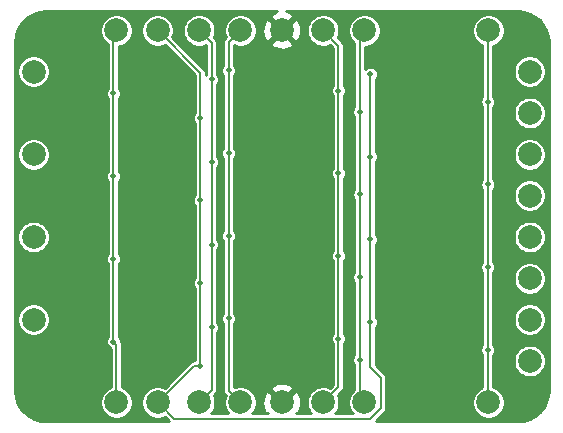
<source format=gbl>
G04 #@! TF.GenerationSoftware,KiCad,Pcbnew,(5.1.9)-1*
G04 #@! TF.CreationDate,2022-08-31T17:37:08+02:00*
G04 #@! TF.ProjectId,Edge_dff,45646765-5f64-4666-962e-6b696361645f,rev?*
G04 #@! TF.SameCoordinates,Original*
G04 #@! TF.FileFunction,Copper,L2,Bot*
G04 #@! TF.FilePolarity,Positive*
%FSLAX46Y46*%
G04 Gerber Fmt 4.6, Leading zero omitted, Abs format (unit mm)*
G04 Created by KiCad (PCBNEW (5.1.9)-1) date 2022-08-31 17:37:08*
%MOMM*%
%LPD*%
G01*
G04 APERTURE LIST*
G04 #@! TA.AperFunction,ComponentPad*
%ADD10C,2.000000*%
G04 #@! TD*
G04 #@! TA.AperFunction,ViaPad*
%ADD11C,0.500000*%
G04 #@! TD*
G04 #@! TA.AperFunction,Conductor*
%ADD12C,0.157000*%
G04 #@! TD*
G04 #@! TA.AperFunction,Conductor*
%ADD13C,0.254000*%
G04 #@! TD*
G04 #@! TA.AperFunction,Conductor*
%ADD14C,0.100000*%
G04 #@! TD*
G04 APERTURE END LIST*
D10*
G04 #@! TO.P,TP503,1*
G04 #@! TO.N,/three/Q0'*
X154000000Y-94500000D03*
G04 #@! TD*
G04 #@! TO.P,TP502,1*
G04 #@! TO.N,/three/B0'*
X154000000Y-91000000D03*
G04 #@! TD*
G04 #@! TO.P,TP501,1*
G04 #@! TO.N,/three/B0*
X112000000Y-91000000D03*
G04 #@! TD*
G04 #@! TO.P,TP403,1*
G04 #@! TO.N,/two/Q0'*
X154000000Y-101500000D03*
G04 #@! TD*
G04 #@! TO.P,TP402,1*
G04 #@! TO.N,/two/B0'*
X154000000Y-98000000D03*
G04 #@! TD*
G04 #@! TO.P,TP401,1*
G04 #@! TO.N,/two/B0*
X112000000Y-98000000D03*
G04 #@! TD*
G04 #@! TO.P,TP303,1*
G04 #@! TO.N,/one/Q0'*
X154000000Y-108500000D03*
G04 #@! TD*
G04 #@! TO.P,TP302,1*
G04 #@! TO.N,/one/B0'*
X154000000Y-105000000D03*
G04 #@! TD*
G04 #@! TO.P,TP301,1*
G04 #@! TO.N,/one/B0*
X112000000Y-105000000D03*
G04 #@! TD*
G04 #@! TO.P,TP203,1*
G04 #@! TO.N,/zero/Q0'*
X154000000Y-115500000D03*
G04 #@! TD*
G04 #@! TO.P,TP202,1*
G04 #@! TO.N,/zero/B0'*
X154000000Y-112000000D03*
G04 #@! TD*
G04 #@! TO.P,TP201,1*
G04 #@! TO.N,/zero/B0*
X112000000Y-112000000D03*
G04 #@! TD*
G04 #@! TO.P,TP120,1*
G04 #@! TO.N,GND*
X133000000Y-87500000D03*
G04 #@! TD*
G04 #@! TO.P,TP110,1*
G04 #@! TO.N,GND*
X133000000Y-119000000D03*
G04 #@! TD*
G04 #@! TO.P,TP118,1*
G04 #@! TO.N,VCC*
X136500000Y-87500000D03*
G04 #@! TD*
G04 #@! TO.P,TP117,1*
G04 #@! TO.N,Vdrive*
X140000000Y-87500000D03*
G04 #@! TD*
G04 #@! TO.P,TP116,1*
G04 #@! TO.N,E*
X126000000Y-87500000D03*
G04 #@! TD*
G04 #@! TO.P,TP115,1*
G04 #@! TO.N,~reset*
X122500000Y-87500000D03*
G04 #@! TD*
G04 #@! TO.P,TP114,1*
G04 #@! TO.N,phi1*
X119000000Y-87500000D03*
G04 #@! TD*
G04 #@! TO.P,TP113,1*
G04 #@! TO.N,phi2*
X129500000Y-87500000D03*
G04 #@! TD*
G04 #@! TO.P,TP112,1*
G04 #@! TO.N,~OE*
X150500000Y-87500000D03*
G04 #@! TD*
G04 #@! TO.P,TP108,1*
G04 #@! TO.N,VCC*
X136500000Y-119000000D03*
G04 #@! TD*
G04 #@! TO.P,TP107,1*
G04 #@! TO.N,Vdrive*
X140000000Y-119000000D03*
G04 #@! TD*
G04 #@! TO.P,TP106,1*
G04 #@! TO.N,E*
X126000000Y-119000000D03*
G04 #@! TD*
G04 #@! TO.P,TP105,1*
G04 #@! TO.N,~reset*
X122500000Y-119000000D03*
G04 #@! TD*
G04 #@! TO.P,TP104,1*
G04 #@! TO.N,phi1*
X119000000Y-119000000D03*
G04 #@! TD*
G04 #@! TO.P,TP103,1*
G04 #@! TO.N,phi2*
X129500000Y-119000000D03*
G04 #@! TD*
G04 #@! TO.P,TP102,1*
G04 #@! TO.N,~OE*
X150500000Y-119000000D03*
G04 #@! TD*
D11*
G04 #@! TO.N,Vdrive*
X139600000Y-108400000D03*
X139600000Y-101400000D03*
X139600000Y-94400000D03*
X139600000Y-115400000D03*
G04 #@! TO.N,GND*
X122400000Y-109450000D03*
X122400000Y-105950000D03*
X129400000Y-109450000D03*
X129400000Y-105950000D03*
X146900000Y-105950000D03*
X146900000Y-109450000D03*
X122400000Y-102450000D03*
X122400000Y-98950000D03*
X129400000Y-102450000D03*
X129400000Y-98950000D03*
X146900000Y-98950000D03*
X146900000Y-102450000D03*
X122400000Y-95450000D03*
X122400000Y-91950000D03*
X129400000Y-95450000D03*
X129400000Y-91950000D03*
X146900000Y-91950000D03*
X146900000Y-95450000D03*
X146900000Y-116450000D03*
X146900000Y-112950000D03*
X129400000Y-112950000D03*
X129400000Y-116450000D03*
X122400000Y-116450000D03*
X122400000Y-112950000D03*
G04 #@! TO.N,VCC*
X137800000Y-106600000D03*
X137800000Y-99600000D03*
X137800000Y-92600000D03*
X137800000Y-113600000D03*
G04 #@! TO.N,E*
X127050000Y-105650000D03*
X127050000Y-98650000D03*
X127050000Y-91650000D03*
X127050000Y-112650000D03*
G04 #@! TO.N,~reset*
X140500000Y-105200000D03*
X126100000Y-108900000D03*
X140500000Y-98200000D03*
X126100000Y-101900000D03*
X140500000Y-91200000D03*
X126100000Y-94900000D03*
X140500000Y-112200000D03*
X126100000Y-115900000D03*
G04 #@! TO.N,phi1*
X118742999Y-106850000D03*
X118742999Y-99850000D03*
X118742999Y-92850000D03*
X118742999Y-113850000D03*
G04 #@! TO.N,phi2*
X128500000Y-104900000D03*
X128500000Y-97900000D03*
X128500000Y-90900000D03*
X128500000Y-111900000D03*
G04 #@! TO.N,~OE*
X150450000Y-107550000D03*
X150450000Y-100550000D03*
X150450000Y-93550000D03*
X150450000Y-114550000D03*
G04 #@! TD*
D12*
G04 #@! TO.N,Vdrive*
X139600000Y-108400000D02*
X139600000Y-101400000D01*
X139600000Y-101400000D02*
X139600000Y-94400000D01*
X139600000Y-115400000D02*
X139600000Y-108400000D01*
X139600000Y-118600000D02*
X140000000Y-119000000D01*
X139600000Y-87900000D02*
X140000000Y-87500000D01*
X139600000Y-94400000D02*
X139600000Y-87900000D01*
X139600000Y-115400000D02*
X139600000Y-118600000D01*
G04 #@! TO.N,GND*
X129400000Y-109450000D02*
X129400000Y-105950000D01*
X146900000Y-109450000D02*
X146900000Y-105950000D01*
X122400000Y-109450000D02*
X122400000Y-105950000D01*
X129400000Y-105950000D02*
X129400000Y-102450000D01*
X146900000Y-105950000D02*
X146900000Y-102450000D01*
X129400000Y-102450000D02*
X129400000Y-98950000D01*
X146900000Y-102450000D02*
X146900000Y-98950000D01*
X122400000Y-102450000D02*
X122400000Y-98950000D01*
X129400000Y-98950000D02*
X129400000Y-95450000D01*
X146900000Y-98950000D02*
X146900000Y-95450000D01*
X129400000Y-95450000D02*
X129400000Y-91950000D01*
X146900000Y-95450000D02*
X146900000Y-91950000D01*
X122400000Y-95450000D02*
X122400000Y-91950000D01*
X129400000Y-112950000D02*
X129400000Y-109450000D01*
X146900000Y-112950000D02*
X146900000Y-109450000D01*
X129400000Y-116450000D02*
X129400000Y-112950000D01*
X122400000Y-116450000D02*
X122400000Y-112950000D01*
X146900000Y-116450000D02*
X146900000Y-112950000D01*
X130450000Y-116450000D02*
X133000000Y-119000000D01*
X129400000Y-116450000D02*
X130450000Y-116450000D01*
X129400000Y-91100000D02*
X133000000Y-87500000D01*
X129400000Y-91950000D02*
X129400000Y-91100000D01*
G04 #@! TO.N,VCC*
X137800000Y-106600000D02*
X137800000Y-99600000D01*
X137800000Y-99600000D02*
X137800000Y-92600000D01*
X137800000Y-113600000D02*
X137800000Y-106600000D01*
X137800000Y-117700000D02*
X136500000Y-119000000D01*
X137800000Y-113600000D02*
X137800000Y-117700000D01*
X137800000Y-88800000D02*
X136500000Y-87500000D01*
X137800000Y-92600000D02*
X137800000Y-88800000D01*
G04 #@! TO.N,E*
X127050000Y-105650000D02*
X127050000Y-98650000D01*
X127050000Y-98650000D02*
X127050000Y-91650000D01*
X127050000Y-112650000D02*
X127050000Y-105650000D01*
X127050000Y-117950000D02*
X126000000Y-119000000D01*
X127050000Y-112650000D02*
X127050000Y-117950000D01*
X127050000Y-88550000D02*
X126000000Y-87500000D01*
X127050000Y-91650000D02*
X127050000Y-88550000D01*
G04 #@! TO.N,~reset*
X126100000Y-108900000D02*
X126100000Y-101900000D01*
X140500000Y-105200000D02*
X140500000Y-98200000D01*
X126100000Y-101900000D02*
X126100000Y-94900000D01*
X140500000Y-98200000D02*
X140500000Y-91200000D01*
X126100000Y-115900000D02*
X126100000Y-108900000D01*
X140500000Y-112200000D02*
X140500000Y-105200000D01*
X125600000Y-115900000D02*
X122500000Y-119000000D01*
X126100000Y-115900000D02*
X125600000Y-115900000D01*
X126100000Y-91100000D02*
X122500000Y-87500000D01*
X126100000Y-94900000D02*
X126100000Y-91100000D01*
X140500000Y-116000000D02*
X140500000Y-112200000D01*
X141400000Y-116900000D02*
X140500000Y-116000000D01*
X141400000Y-119500000D02*
X141400000Y-116900000D01*
X140500000Y-120400000D02*
X141400000Y-119500000D01*
X123900000Y-120400000D02*
X140500000Y-120400000D01*
X122500000Y-119000000D02*
X123900000Y-120400000D01*
G04 #@! TO.N,phi1*
X118750000Y-106850000D02*
X118750000Y-99850000D01*
X118750000Y-99850000D02*
X118750000Y-92850000D01*
X118750000Y-113850000D02*
X118750000Y-106850000D01*
X119000000Y-114107001D02*
X118742999Y-113850000D01*
X119000000Y-119000000D02*
X119000000Y-114107001D01*
X118742999Y-87757001D02*
X119000000Y-87500000D01*
X118742999Y-92850000D02*
X118742999Y-87757001D01*
G04 #@! TO.N,phi2*
X128500000Y-104900000D02*
X128500000Y-97900000D01*
X128500000Y-97900000D02*
X128500000Y-90900000D01*
X128500000Y-111900000D02*
X128500000Y-104900000D01*
X128500000Y-118000000D02*
X129500000Y-119000000D01*
X128500000Y-111900000D02*
X128500000Y-118000000D01*
X128500000Y-88500000D02*
X129500000Y-87500000D01*
X128500000Y-90900000D02*
X128500000Y-88500000D01*
G04 #@! TO.N,~OE*
X150450000Y-107550000D02*
X150450000Y-100550000D01*
X150450000Y-100550000D02*
X150450000Y-93550000D01*
X150450000Y-114550000D02*
X150450000Y-107550000D01*
X150450000Y-118950000D02*
X150500000Y-119000000D01*
X150450000Y-114550000D02*
X150450000Y-118950000D01*
X150450000Y-87550000D02*
X150500000Y-87500000D01*
X150450000Y-93550000D02*
X150450000Y-87550000D01*
G04 #@! TD*
D13*
G04 #@! TO.N,GND*
X132313912Y-86007205D02*
X132139956Y-86100186D01*
X132044192Y-86364587D01*
X133000000Y-87320395D01*
X133955808Y-86364587D01*
X133860044Y-86100186D01*
X133570429Y-85959296D01*
X133367152Y-85906000D01*
X152980146Y-85906000D01*
X153503463Y-85957312D01*
X153987756Y-86103529D01*
X154434422Y-86341025D01*
X154826450Y-86660755D01*
X155148907Y-87050539D01*
X155389518Y-87495540D01*
X155539111Y-87978796D01*
X155594001Y-88501035D01*
X155594001Y-88501128D01*
X155594000Y-117980146D01*
X155542688Y-118503464D01*
X155396472Y-118987756D01*
X155158975Y-119434422D01*
X154839245Y-119826450D01*
X154449458Y-120148910D01*
X154004460Y-120389518D01*
X153521205Y-120539111D01*
X152998971Y-120594000D01*
X140955830Y-120594000D01*
X141708959Y-119840872D01*
X141726487Y-119826487D01*
X141783909Y-119756520D01*
X141826576Y-119676694D01*
X141852851Y-119590078D01*
X141859500Y-119522570D01*
X141859500Y-119522563D01*
X141861722Y-119500001D01*
X141859500Y-119477438D01*
X141859500Y-116922562D01*
X141861722Y-116899999D01*
X141859500Y-116877437D01*
X141859500Y-116877430D01*
X141852851Y-116809922D01*
X141826576Y-116723306D01*
X141783909Y-116643480D01*
X141726487Y-116573513D01*
X141708957Y-116559126D01*
X140959500Y-115809670D01*
X140959500Y-112632869D01*
X140990130Y-112602239D01*
X141059185Y-112498891D01*
X141106751Y-112384056D01*
X141131000Y-112262148D01*
X141131000Y-112137852D01*
X141106751Y-112015944D01*
X141059185Y-111901109D01*
X140990130Y-111797761D01*
X140959500Y-111767131D01*
X140959500Y-105632869D01*
X140990130Y-105602239D01*
X141059185Y-105498891D01*
X141106751Y-105384056D01*
X141131000Y-105262148D01*
X141131000Y-105137852D01*
X141106751Y-105015944D01*
X141059185Y-104901109D01*
X140990130Y-104797761D01*
X140959500Y-104767131D01*
X140959500Y-98632869D01*
X140990130Y-98602239D01*
X141059185Y-98498891D01*
X141106751Y-98384056D01*
X141131000Y-98262148D01*
X141131000Y-98137852D01*
X141106751Y-98015944D01*
X141059185Y-97901109D01*
X140990130Y-97797761D01*
X140959500Y-97767131D01*
X140959500Y-91632869D01*
X140990130Y-91602239D01*
X141059185Y-91498891D01*
X141106751Y-91384056D01*
X141131000Y-91262148D01*
X141131000Y-91137852D01*
X141106751Y-91015944D01*
X141059185Y-90901109D01*
X140990130Y-90797761D01*
X140902239Y-90709870D01*
X140798891Y-90640815D01*
X140684056Y-90593249D01*
X140562148Y-90569000D01*
X140437852Y-90569000D01*
X140315944Y-90593249D01*
X140201109Y-90640815D01*
X140097761Y-90709870D01*
X140059500Y-90748131D01*
X140059500Y-88881000D01*
X140136017Y-88881000D01*
X140402823Y-88827929D01*
X140654149Y-88723826D01*
X140880336Y-88572693D01*
X141072693Y-88380336D01*
X141223826Y-88154149D01*
X141327929Y-87902823D01*
X141381000Y-87636017D01*
X141381000Y-87363983D01*
X149119000Y-87363983D01*
X149119000Y-87636017D01*
X149172071Y-87902823D01*
X149276174Y-88154149D01*
X149427307Y-88380336D01*
X149619664Y-88572693D01*
X149845851Y-88723826D01*
X149990501Y-88783742D01*
X149990500Y-93117131D01*
X149959870Y-93147761D01*
X149890815Y-93251109D01*
X149843249Y-93365944D01*
X149819000Y-93487852D01*
X149819000Y-93612148D01*
X149843249Y-93734056D01*
X149890815Y-93848891D01*
X149959870Y-93952239D01*
X149990501Y-93982870D01*
X149990500Y-100117131D01*
X149959870Y-100147761D01*
X149890815Y-100251109D01*
X149843249Y-100365944D01*
X149819000Y-100487852D01*
X149819000Y-100612148D01*
X149843249Y-100734056D01*
X149890815Y-100848891D01*
X149959870Y-100952239D01*
X149990501Y-100982870D01*
X149990500Y-107117131D01*
X149959870Y-107147761D01*
X149890815Y-107251109D01*
X149843249Y-107365944D01*
X149819000Y-107487852D01*
X149819000Y-107612148D01*
X149843249Y-107734056D01*
X149890815Y-107848891D01*
X149959870Y-107952239D01*
X149990501Y-107982870D01*
X149990500Y-114117131D01*
X149959870Y-114147761D01*
X149890815Y-114251109D01*
X149843249Y-114365944D01*
X149819000Y-114487852D01*
X149819000Y-114612148D01*
X149843249Y-114734056D01*
X149890815Y-114848891D01*
X149959870Y-114952239D01*
X149990500Y-114982869D01*
X149990501Y-117716258D01*
X149845851Y-117776174D01*
X149619664Y-117927307D01*
X149427307Y-118119664D01*
X149276174Y-118345851D01*
X149172071Y-118597177D01*
X149119000Y-118863983D01*
X149119000Y-119136017D01*
X149172071Y-119402823D01*
X149276174Y-119654149D01*
X149427307Y-119880336D01*
X149619664Y-120072693D01*
X149845851Y-120223826D01*
X150097177Y-120327929D01*
X150363983Y-120381000D01*
X150636017Y-120381000D01*
X150902823Y-120327929D01*
X151154149Y-120223826D01*
X151380336Y-120072693D01*
X151572693Y-119880336D01*
X151723826Y-119654149D01*
X151827929Y-119402823D01*
X151881000Y-119136017D01*
X151881000Y-118863983D01*
X151827929Y-118597177D01*
X151723826Y-118345851D01*
X151572693Y-118119664D01*
X151380336Y-117927307D01*
X151154149Y-117776174D01*
X150909500Y-117674837D01*
X150909500Y-115363983D01*
X152619000Y-115363983D01*
X152619000Y-115636017D01*
X152672071Y-115902823D01*
X152776174Y-116154149D01*
X152927307Y-116380336D01*
X153119664Y-116572693D01*
X153345851Y-116723826D01*
X153597177Y-116827929D01*
X153863983Y-116881000D01*
X154136017Y-116881000D01*
X154402823Y-116827929D01*
X154654149Y-116723826D01*
X154880336Y-116572693D01*
X155072693Y-116380336D01*
X155223826Y-116154149D01*
X155327929Y-115902823D01*
X155381000Y-115636017D01*
X155381000Y-115363983D01*
X155327929Y-115097177D01*
X155223826Y-114845851D01*
X155072693Y-114619664D01*
X154880336Y-114427307D01*
X154654149Y-114276174D01*
X154402823Y-114172071D01*
X154136017Y-114119000D01*
X153863983Y-114119000D01*
X153597177Y-114172071D01*
X153345851Y-114276174D01*
X153119664Y-114427307D01*
X152927307Y-114619664D01*
X152776174Y-114845851D01*
X152672071Y-115097177D01*
X152619000Y-115363983D01*
X150909500Y-115363983D01*
X150909500Y-114982869D01*
X150940130Y-114952239D01*
X151009185Y-114848891D01*
X151056751Y-114734056D01*
X151081000Y-114612148D01*
X151081000Y-114487852D01*
X151056751Y-114365944D01*
X151009185Y-114251109D01*
X150940130Y-114147761D01*
X150909500Y-114117131D01*
X150909500Y-111863983D01*
X152619000Y-111863983D01*
X152619000Y-112136017D01*
X152672071Y-112402823D01*
X152776174Y-112654149D01*
X152927307Y-112880336D01*
X153119664Y-113072693D01*
X153345851Y-113223826D01*
X153597177Y-113327929D01*
X153863983Y-113381000D01*
X154136017Y-113381000D01*
X154402823Y-113327929D01*
X154654149Y-113223826D01*
X154880336Y-113072693D01*
X155072693Y-112880336D01*
X155223826Y-112654149D01*
X155327929Y-112402823D01*
X155381000Y-112136017D01*
X155381000Y-111863983D01*
X155327929Y-111597177D01*
X155223826Y-111345851D01*
X155072693Y-111119664D01*
X154880336Y-110927307D01*
X154654149Y-110776174D01*
X154402823Y-110672071D01*
X154136017Y-110619000D01*
X153863983Y-110619000D01*
X153597177Y-110672071D01*
X153345851Y-110776174D01*
X153119664Y-110927307D01*
X152927307Y-111119664D01*
X152776174Y-111345851D01*
X152672071Y-111597177D01*
X152619000Y-111863983D01*
X150909500Y-111863983D01*
X150909500Y-108363983D01*
X152619000Y-108363983D01*
X152619000Y-108636017D01*
X152672071Y-108902823D01*
X152776174Y-109154149D01*
X152927307Y-109380336D01*
X153119664Y-109572693D01*
X153345851Y-109723826D01*
X153597177Y-109827929D01*
X153863983Y-109881000D01*
X154136017Y-109881000D01*
X154402823Y-109827929D01*
X154654149Y-109723826D01*
X154880336Y-109572693D01*
X155072693Y-109380336D01*
X155223826Y-109154149D01*
X155327929Y-108902823D01*
X155381000Y-108636017D01*
X155381000Y-108363983D01*
X155327929Y-108097177D01*
X155223826Y-107845851D01*
X155072693Y-107619664D01*
X154880336Y-107427307D01*
X154654149Y-107276174D01*
X154402823Y-107172071D01*
X154136017Y-107119000D01*
X153863983Y-107119000D01*
X153597177Y-107172071D01*
X153345851Y-107276174D01*
X153119664Y-107427307D01*
X152927307Y-107619664D01*
X152776174Y-107845851D01*
X152672071Y-108097177D01*
X152619000Y-108363983D01*
X150909500Y-108363983D01*
X150909500Y-107982869D01*
X150940130Y-107952239D01*
X151009185Y-107848891D01*
X151056751Y-107734056D01*
X151081000Y-107612148D01*
X151081000Y-107487852D01*
X151056751Y-107365944D01*
X151009185Y-107251109D01*
X150940130Y-107147761D01*
X150909500Y-107117131D01*
X150909500Y-104863983D01*
X152619000Y-104863983D01*
X152619000Y-105136017D01*
X152672071Y-105402823D01*
X152776174Y-105654149D01*
X152927307Y-105880336D01*
X153119664Y-106072693D01*
X153345851Y-106223826D01*
X153597177Y-106327929D01*
X153863983Y-106381000D01*
X154136017Y-106381000D01*
X154402823Y-106327929D01*
X154654149Y-106223826D01*
X154880336Y-106072693D01*
X155072693Y-105880336D01*
X155223826Y-105654149D01*
X155327929Y-105402823D01*
X155381000Y-105136017D01*
X155381000Y-104863983D01*
X155327929Y-104597177D01*
X155223826Y-104345851D01*
X155072693Y-104119664D01*
X154880336Y-103927307D01*
X154654149Y-103776174D01*
X154402823Y-103672071D01*
X154136017Y-103619000D01*
X153863983Y-103619000D01*
X153597177Y-103672071D01*
X153345851Y-103776174D01*
X153119664Y-103927307D01*
X152927307Y-104119664D01*
X152776174Y-104345851D01*
X152672071Y-104597177D01*
X152619000Y-104863983D01*
X150909500Y-104863983D01*
X150909500Y-101363983D01*
X152619000Y-101363983D01*
X152619000Y-101636017D01*
X152672071Y-101902823D01*
X152776174Y-102154149D01*
X152927307Y-102380336D01*
X153119664Y-102572693D01*
X153345851Y-102723826D01*
X153597177Y-102827929D01*
X153863983Y-102881000D01*
X154136017Y-102881000D01*
X154402823Y-102827929D01*
X154654149Y-102723826D01*
X154880336Y-102572693D01*
X155072693Y-102380336D01*
X155223826Y-102154149D01*
X155327929Y-101902823D01*
X155381000Y-101636017D01*
X155381000Y-101363983D01*
X155327929Y-101097177D01*
X155223826Y-100845851D01*
X155072693Y-100619664D01*
X154880336Y-100427307D01*
X154654149Y-100276174D01*
X154402823Y-100172071D01*
X154136017Y-100119000D01*
X153863983Y-100119000D01*
X153597177Y-100172071D01*
X153345851Y-100276174D01*
X153119664Y-100427307D01*
X152927307Y-100619664D01*
X152776174Y-100845851D01*
X152672071Y-101097177D01*
X152619000Y-101363983D01*
X150909500Y-101363983D01*
X150909500Y-100982869D01*
X150940130Y-100952239D01*
X151009185Y-100848891D01*
X151056751Y-100734056D01*
X151081000Y-100612148D01*
X151081000Y-100487852D01*
X151056751Y-100365944D01*
X151009185Y-100251109D01*
X150940130Y-100147761D01*
X150909500Y-100117131D01*
X150909500Y-97863983D01*
X152619000Y-97863983D01*
X152619000Y-98136017D01*
X152672071Y-98402823D01*
X152776174Y-98654149D01*
X152927307Y-98880336D01*
X153119664Y-99072693D01*
X153345851Y-99223826D01*
X153597177Y-99327929D01*
X153863983Y-99381000D01*
X154136017Y-99381000D01*
X154402823Y-99327929D01*
X154654149Y-99223826D01*
X154880336Y-99072693D01*
X155072693Y-98880336D01*
X155223826Y-98654149D01*
X155327929Y-98402823D01*
X155381000Y-98136017D01*
X155381000Y-97863983D01*
X155327929Y-97597177D01*
X155223826Y-97345851D01*
X155072693Y-97119664D01*
X154880336Y-96927307D01*
X154654149Y-96776174D01*
X154402823Y-96672071D01*
X154136017Y-96619000D01*
X153863983Y-96619000D01*
X153597177Y-96672071D01*
X153345851Y-96776174D01*
X153119664Y-96927307D01*
X152927307Y-97119664D01*
X152776174Y-97345851D01*
X152672071Y-97597177D01*
X152619000Y-97863983D01*
X150909500Y-97863983D01*
X150909500Y-94363983D01*
X152619000Y-94363983D01*
X152619000Y-94636017D01*
X152672071Y-94902823D01*
X152776174Y-95154149D01*
X152927307Y-95380336D01*
X153119664Y-95572693D01*
X153345851Y-95723826D01*
X153597177Y-95827929D01*
X153863983Y-95881000D01*
X154136017Y-95881000D01*
X154402823Y-95827929D01*
X154654149Y-95723826D01*
X154880336Y-95572693D01*
X155072693Y-95380336D01*
X155223826Y-95154149D01*
X155327929Y-94902823D01*
X155381000Y-94636017D01*
X155381000Y-94363983D01*
X155327929Y-94097177D01*
X155223826Y-93845851D01*
X155072693Y-93619664D01*
X154880336Y-93427307D01*
X154654149Y-93276174D01*
X154402823Y-93172071D01*
X154136017Y-93119000D01*
X153863983Y-93119000D01*
X153597177Y-93172071D01*
X153345851Y-93276174D01*
X153119664Y-93427307D01*
X152927307Y-93619664D01*
X152776174Y-93845851D01*
X152672071Y-94097177D01*
X152619000Y-94363983D01*
X150909500Y-94363983D01*
X150909500Y-93982869D01*
X150940130Y-93952239D01*
X151009185Y-93848891D01*
X151056751Y-93734056D01*
X151081000Y-93612148D01*
X151081000Y-93487852D01*
X151056751Y-93365944D01*
X151009185Y-93251109D01*
X150940130Y-93147761D01*
X150909500Y-93117131D01*
X150909500Y-90863983D01*
X152619000Y-90863983D01*
X152619000Y-91136017D01*
X152672071Y-91402823D01*
X152776174Y-91654149D01*
X152927307Y-91880336D01*
X153119664Y-92072693D01*
X153345851Y-92223826D01*
X153597177Y-92327929D01*
X153863983Y-92381000D01*
X154136017Y-92381000D01*
X154402823Y-92327929D01*
X154654149Y-92223826D01*
X154880336Y-92072693D01*
X155072693Y-91880336D01*
X155223826Y-91654149D01*
X155327929Y-91402823D01*
X155381000Y-91136017D01*
X155381000Y-90863983D01*
X155327929Y-90597177D01*
X155223826Y-90345851D01*
X155072693Y-90119664D01*
X154880336Y-89927307D01*
X154654149Y-89776174D01*
X154402823Y-89672071D01*
X154136017Y-89619000D01*
X153863983Y-89619000D01*
X153597177Y-89672071D01*
X153345851Y-89776174D01*
X153119664Y-89927307D01*
X152927307Y-90119664D01*
X152776174Y-90345851D01*
X152672071Y-90597177D01*
X152619000Y-90863983D01*
X150909500Y-90863983D01*
X150909500Y-88825163D01*
X151154149Y-88723826D01*
X151380336Y-88572693D01*
X151572693Y-88380336D01*
X151723826Y-88154149D01*
X151827929Y-87902823D01*
X151881000Y-87636017D01*
X151881000Y-87363983D01*
X151827929Y-87097177D01*
X151723826Y-86845851D01*
X151572693Y-86619664D01*
X151380336Y-86427307D01*
X151154149Y-86276174D01*
X150902823Y-86172071D01*
X150636017Y-86119000D01*
X150363983Y-86119000D01*
X150097177Y-86172071D01*
X149845851Y-86276174D01*
X149619664Y-86427307D01*
X149427307Y-86619664D01*
X149276174Y-86845851D01*
X149172071Y-87097177D01*
X149119000Y-87363983D01*
X141381000Y-87363983D01*
X141327929Y-87097177D01*
X141223826Y-86845851D01*
X141072693Y-86619664D01*
X140880336Y-86427307D01*
X140654149Y-86276174D01*
X140402823Y-86172071D01*
X140136017Y-86119000D01*
X139863983Y-86119000D01*
X139597177Y-86172071D01*
X139345851Y-86276174D01*
X139119664Y-86427307D01*
X138927307Y-86619664D01*
X138776174Y-86845851D01*
X138672071Y-87097177D01*
X138619000Y-87363983D01*
X138619000Y-87636017D01*
X138672071Y-87902823D01*
X138776174Y-88154149D01*
X138927307Y-88380336D01*
X139119664Y-88572693D01*
X139140501Y-88586616D01*
X139140500Y-93967131D01*
X139109870Y-93997761D01*
X139040815Y-94101109D01*
X138993249Y-94215944D01*
X138969000Y-94337852D01*
X138969000Y-94462148D01*
X138993249Y-94584056D01*
X139040815Y-94698891D01*
X139109870Y-94802239D01*
X139140501Y-94832870D01*
X139140500Y-100967131D01*
X139109870Y-100997761D01*
X139040815Y-101101109D01*
X138993249Y-101215944D01*
X138969000Y-101337852D01*
X138969000Y-101462148D01*
X138993249Y-101584056D01*
X139040815Y-101698891D01*
X139109870Y-101802239D01*
X139140501Y-101832870D01*
X139140500Y-107967131D01*
X139109870Y-107997761D01*
X139040815Y-108101109D01*
X138993249Y-108215944D01*
X138969000Y-108337852D01*
X138969000Y-108462148D01*
X138993249Y-108584056D01*
X139040815Y-108698891D01*
X139109870Y-108802239D01*
X139140501Y-108832870D01*
X139140500Y-114967131D01*
X139109870Y-114997761D01*
X139040815Y-115101109D01*
X138993249Y-115215944D01*
X138969000Y-115337852D01*
X138969000Y-115462148D01*
X138993249Y-115584056D01*
X139040815Y-115698891D01*
X139109870Y-115802239D01*
X139140500Y-115832869D01*
X139140501Y-117913384D01*
X139119664Y-117927307D01*
X138927307Y-118119664D01*
X138776174Y-118345851D01*
X138672071Y-118597177D01*
X138619000Y-118863983D01*
X138619000Y-119136017D01*
X138672071Y-119402823D01*
X138776174Y-119654149D01*
X138927307Y-119880336D01*
X138987471Y-119940500D01*
X137512529Y-119940500D01*
X137572693Y-119880336D01*
X137723826Y-119654149D01*
X137827929Y-119402823D01*
X137881000Y-119136017D01*
X137881000Y-118863983D01*
X137827929Y-118597177D01*
X137747303Y-118402528D01*
X138108957Y-118040874D01*
X138126487Y-118026487D01*
X138183909Y-117956520D01*
X138226576Y-117876694D01*
X138252851Y-117790078D01*
X138259500Y-117722570D01*
X138259500Y-117722563D01*
X138261722Y-117700000D01*
X138259500Y-117677438D01*
X138259500Y-114032869D01*
X138290130Y-114002239D01*
X138359185Y-113898891D01*
X138406751Y-113784056D01*
X138431000Y-113662148D01*
X138431000Y-113537852D01*
X138406751Y-113415944D01*
X138359185Y-113301109D01*
X138290130Y-113197761D01*
X138259500Y-113167131D01*
X138259500Y-107032869D01*
X138290130Y-107002239D01*
X138359185Y-106898891D01*
X138406751Y-106784056D01*
X138431000Y-106662148D01*
X138431000Y-106537852D01*
X138406751Y-106415944D01*
X138359185Y-106301109D01*
X138290130Y-106197761D01*
X138259500Y-106167131D01*
X138259500Y-100032869D01*
X138290130Y-100002239D01*
X138359185Y-99898891D01*
X138406751Y-99784056D01*
X138431000Y-99662148D01*
X138431000Y-99537852D01*
X138406751Y-99415944D01*
X138359185Y-99301109D01*
X138290130Y-99197761D01*
X138259500Y-99167131D01*
X138259500Y-93032869D01*
X138290130Y-93002239D01*
X138359185Y-92898891D01*
X138406751Y-92784056D01*
X138431000Y-92662148D01*
X138431000Y-92537852D01*
X138406751Y-92415944D01*
X138359185Y-92301109D01*
X138290130Y-92197761D01*
X138259500Y-92167131D01*
X138259500Y-88822562D01*
X138261722Y-88800000D01*
X138259500Y-88777437D01*
X138259500Y-88777430D01*
X138252851Y-88709922D01*
X138226576Y-88623306D01*
X138183909Y-88543480D01*
X138126487Y-88473513D01*
X138108957Y-88459126D01*
X137747303Y-88097472D01*
X137827929Y-87902823D01*
X137881000Y-87636017D01*
X137881000Y-87363983D01*
X137827929Y-87097177D01*
X137723826Y-86845851D01*
X137572693Y-86619664D01*
X137380336Y-86427307D01*
X137154149Y-86276174D01*
X136902823Y-86172071D01*
X136636017Y-86119000D01*
X136363983Y-86119000D01*
X136097177Y-86172071D01*
X135845851Y-86276174D01*
X135619664Y-86427307D01*
X135427307Y-86619664D01*
X135276174Y-86845851D01*
X135172071Y-87097177D01*
X135119000Y-87363983D01*
X135119000Y-87636017D01*
X135172071Y-87902823D01*
X135276174Y-88154149D01*
X135427307Y-88380336D01*
X135619664Y-88572693D01*
X135845851Y-88723826D01*
X136097177Y-88827929D01*
X136363983Y-88881000D01*
X136636017Y-88881000D01*
X136902823Y-88827929D01*
X137097472Y-88747303D01*
X137340501Y-88990332D01*
X137340500Y-92167131D01*
X137309870Y-92197761D01*
X137240815Y-92301109D01*
X137193249Y-92415944D01*
X137169000Y-92537852D01*
X137169000Y-92662148D01*
X137193249Y-92784056D01*
X137240815Y-92898891D01*
X137309870Y-93002239D01*
X137340501Y-93032870D01*
X137340500Y-99167131D01*
X137309870Y-99197761D01*
X137240815Y-99301109D01*
X137193249Y-99415944D01*
X137169000Y-99537852D01*
X137169000Y-99662148D01*
X137193249Y-99784056D01*
X137240815Y-99898891D01*
X137309870Y-100002239D01*
X137340501Y-100032870D01*
X137340500Y-106167131D01*
X137309870Y-106197761D01*
X137240815Y-106301109D01*
X137193249Y-106415944D01*
X137169000Y-106537852D01*
X137169000Y-106662148D01*
X137193249Y-106784056D01*
X137240815Y-106898891D01*
X137309870Y-107002239D01*
X137340501Y-107032870D01*
X137340500Y-113167131D01*
X137309870Y-113197761D01*
X137240815Y-113301109D01*
X137193249Y-113415944D01*
X137169000Y-113537852D01*
X137169000Y-113662148D01*
X137193249Y-113784056D01*
X137240815Y-113898891D01*
X137309870Y-114002239D01*
X137340500Y-114032869D01*
X137340501Y-117509668D01*
X137097472Y-117752697D01*
X136902823Y-117672071D01*
X136636017Y-117619000D01*
X136363983Y-117619000D01*
X136097177Y-117672071D01*
X135845851Y-117776174D01*
X135619664Y-117927307D01*
X135427307Y-118119664D01*
X135276174Y-118345851D01*
X135172071Y-118597177D01*
X135119000Y-118863983D01*
X135119000Y-119136017D01*
X135172071Y-119402823D01*
X135276174Y-119654149D01*
X135427307Y-119880336D01*
X135487471Y-119940500D01*
X134177678Y-119940500D01*
X134399814Y-119860044D01*
X134540704Y-119570429D01*
X134622384Y-119258892D01*
X134641718Y-118937405D01*
X134597961Y-118618325D01*
X134492795Y-118313912D01*
X134399814Y-118139956D01*
X134135413Y-118044192D01*
X133179605Y-119000000D01*
X133193748Y-119014143D01*
X133014143Y-119193748D01*
X133000000Y-119179605D01*
X132985858Y-119193748D01*
X132806253Y-119014143D01*
X132820395Y-119000000D01*
X131864587Y-118044192D01*
X131600186Y-118139956D01*
X131459296Y-118429571D01*
X131377616Y-118741108D01*
X131358282Y-119062595D01*
X131402039Y-119381675D01*
X131507205Y-119686088D01*
X131600186Y-119860044D01*
X131822322Y-119940500D01*
X130512529Y-119940500D01*
X130572693Y-119880336D01*
X130723826Y-119654149D01*
X130827929Y-119402823D01*
X130881000Y-119136017D01*
X130881000Y-118863983D01*
X130827929Y-118597177D01*
X130723826Y-118345851D01*
X130572693Y-118119664D01*
X130380336Y-117927307D01*
X130286469Y-117864587D01*
X132044192Y-117864587D01*
X133000000Y-118820395D01*
X133955808Y-117864587D01*
X133860044Y-117600186D01*
X133570429Y-117459296D01*
X133258892Y-117377616D01*
X132937405Y-117358282D01*
X132618325Y-117402039D01*
X132313912Y-117507205D01*
X132139956Y-117600186D01*
X132044192Y-117864587D01*
X130286469Y-117864587D01*
X130154149Y-117776174D01*
X129902823Y-117672071D01*
X129636017Y-117619000D01*
X129363983Y-117619000D01*
X129097177Y-117672071D01*
X128959500Y-117729099D01*
X128959500Y-112332869D01*
X128990130Y-112302239D01*
X129059185Y-112198891D01*
X129106751Y-112084056D01*
X129131000Y-111962148D01*
X129131000Y-111837852D01*
X129106751Y-111715944D01*
X129059185Y-111601109D01*
X128990130Y-111497761D01*
X128959500Y-111467131D01*
X128959500Y-105332869D01*
X128990130Y-105302239D01*
X129059185Y-105198891D01*
X129106751Y-105084056D01*
X129131000Y-104962148D01*
X129131000Y-104837852D01*
X129106751Y-104715944D01*
X129059185Y-104601109D01*
X128990130Y-104497761D01*
X128959500Y-104467131D01*
X128959500Y-98332869D01*
X128990130Y-98302239D01*
X129059185Y-98198891D01*
X129106751Y-98084056D01*
X129131000Y-97962148D01*
X129131000Y-97837852D01*
X129106751Y-97715944D01*
X129059185Y-97601109D01*
X128990130Y-97497761D01*
X128959500Y-97467131D01*
X128959500Y-91332869D01*
X128990130Y-91302239D01*
X129059185Y-91198891D01*
X129106751Y-91084056D01*
X129131000Y-90962148D01*
X129131000Y-90837852D01*
X129106751Y-90715944D01*
X129059185Y-90601109D01*
X128990130Y-90497761D01*
X128959500Y-90467131D01*
X128959500Y-88770901D01*
X129097177Y-88827929D01*
X129363983Y-88881000D01*
X129636017Y-88881000D01*
X129902823Y-88827929D01*
X130154149Y-88723826D01*
X130286468Y-88635413D01*
X132044192Y-88635413D01*
X132139956Y-88899814D01*
X132429571Y-89040704D01*
X132741108Y-89122384D01*
X133062595Y-89141718D01*
X133381675Y-89097961D01*
X133686088Y-88992795D01*
X133860044Y-88899814D01*
X133955808Y-88635413D01*
X133000000Y-87679605D01*
X132044192Y-88635413D01*
X130286468Y-88635413D01*
X130380336Y-88572693D01*
X130572693Y-88380336D01*
X130723826Y-88154149D01*
X130827929Y-87902823D01*
X130881000Y-87636017D01*
X130881000Y-87562595D01*
X131358282Y-87562595D01*
X131402039Y-87881675D01*
X131507205Y-88186088D01*
X131600186Y-88360044D01*
X131864587Y-88455808D01*
X132820395Y-87500000D01*
X133179605Y-87500000D01*
X134135413Y-88455808D01*
X134399814Y-88360044D01*
X134540704Y-88070429D01*
X134622384Y-87758892D01*
X134641718Y-87437405D01*
X134597961Y-87118325D01*
X134492795Y-86813912D01*
X134399814Y-86639956D01*
X134135413Y-86544192D01*
X133179605Y-87500000D01*
X132820395Y-87500000D01*
X131864587Y-86544192D01*
X131600186Y-86639956D01*
X131459296Y-86929571D01*
X131377616Y-87241108D01*
X131358282Y-87562595D01*
X130881000Y-87562595D01*
X130881000Y-87363983D01*
X130827929Y-87097177D01*
X130723826Y-86845851D01*
X130572693Y-86619664D01*
X130380336Y-86427307D01*
X130154149Y-86276174D01*
X129902823Y-86172071D01*
X129636017Y-86119000D01*
X129363983Y-86119000D01*
X129097177Y-86172071D01*
X128845851Y-86276174D01*
X128619664Y-86427307D01*
X128427307Y-86619664D01*
X128276174Y-86845851D01*
X128172071Y-87097177D01*
X128119000Y-87363983D01*
X128119000Y-87636017D01*
X128172071Y-87902823D01*
X128252698Y-88097472D01*
X128191043Y-88159127D01*
X128173514Y-88173513D01*
X128116092Y-88243480D01*
X128112154Y-88250848D01*
X128073424Y-88323307D01*
X128047149Y-88409923D01*
X128038278Y-88500000D01*
X128040501Y-88522572D01*
X128040500Y-90467131D01*
X128009870Y-90497761D01*
X127940815Y-90601109D01*
X127893249Y-90715944D01*
X127869000Y-90837852D01*
X127869000Y-90962148D01*
X127893249Y-91084056D01*
X127940815Y-91198891D01*
X128009870Y-91302239D01*
X128040501Y-91332870D01*
X128040500Y-97467131D01*
X128009870Y-97497761D01*
X127940815Y-97601109D01*
X127893249Y-97715944D01*
X127869000Y-97837852D01*
X127869000Y-97962148D01*
X127893249Y-98084056D01*
X127940815Y-98198891D01*
X128009870Y-98302239D01*
X128040501Y-98332870D01*
X128040500Y-104467131D01*
X128009870Y-104497761D01*
X127940815Y-104601109D01*
X127893249Y-104715944D01*
X127869000Y-104837852D01*
X127869000Y-104962148D01*
X127893249Y-105084056D01*
X127940815Y-105198891D01*
X128009870Y-105302239D01*
X128040501Y-105332870D01*
X128040500Y-111467131D01*
X128009870Y-111497761D01*
X127940815Y-111601109D01*
X127893249Y-111715944D01*
X127869000Y-111837852D01*
X127869000Y-111962148D01*
X127893249Y-112084056D01*
X127940815Y-112198891D01*
X128009870Y-112302239D01*
X128040500Y-112332869D01*
X128040501Y-117977428D01*
X128038278Y-118000000D01*
X128047149Y-118090077D01*
X128073424Y-118176693D01*
X128085439Y-118199171D01*
X128116092Y-118256520D01*
X128173514Y-118326487D01*
X128191043Y-118340873D01*
X128252698Y-118402528D01*
X128172071Y-118597177D01*
X128119000Y-118863983D01*
X128119000Y-119136017D01*
X128172071Y-119402823D01*
X128276174Y-119654149D01*
X128427307Y-119880336D01*
X128487471Y-119940500D01*
X127012529Y-119940500D01*
X127072693Y-119880336D01*
X127223826Y-119654149D01*
X127327929Y-119402823D01*
X127381000Y-119136017D01*
X127381000Y-118863983D01*
X127327929Y-118597177D01*
X127247303Y-118402528D01*
X127358957Y-118290874D01*
X127376487Y-118276487D01*
X127433909Y-118206520D01*
X127476576Y-118126694D01*
X127502851Y-118040078D01*
X127509500Y-117972570D01*
X127509500Y-117972563D01*
X127511722Y-117950001D01*
X127509500Y-117927438D01*
X127509500Y-113082869D01*
X127540130Y-113052239D01*
X127609185Y-112948891D01*
X127656751Y-112834056D01*
X127681000Y-112712148D01*
X127681000Y-112587852D01*
X127656751Y-112465944D01*
X127609185Y-112351109D01*
X127540130Y-112247761D01*
X127509500Y-112217131D01*
X127509500Y-106082869D01*
X127540130Y-106052239D01*
X127609185Y-105948891D01*
X127656751Y-105834056D01*
X127681000Y-105712148D01*
X127681000Y-105587852D01*
X127656751Y-105465944D01*
X127609185Y-105351109D01*
X127540130Y-105247761D01*
X127509500Y-105217131D01*
X127509500Y-99082869D01*
X127540130Y-99052239D01*
X127609185Y-98948891D01*
X127656751Y-98834056D01*
X127681000Y-98712148D01*
X127681000Y-98587852D01*
X127656751Y-98465944D01*
X127609185Y-98351109D01*
X127540130Y-98247761D01*
X127509500Y-98217131D01*
X127509500Y-92082869D01*
X127540130Y-92052239D01*
X127609185Y-91948891D01*
X127656751Y-91834056D01*
X127681000Y-91712148D01*
X127681000Y-91587852D01*
X127656751Y-91465944D01*
X127609185Y-91351109D01*
X127540130Y-91247761D01*
X127509500Y-91217131D01*
X127509500Y-88572562D01*
X127511722Y-88549999D01*
X127509500Y-88527437D01*
X127509500Y-88527430D01*
X127502851Y-88459922D01*
X127476576Y-88373306D01*
X127433909Y-88293480D01*
X127376487Y-88223513D01*
X127358957Y-88209126D01*
X127247303Y-88097472D01*
X127327929Y-87902823D01*
X127381000Y-87636017D01*
X127381000Y-87363983D01*
X127327929Y-87097177D01*
X127223826Y-86845851D01*
X127072693Y-86619664D01*
X126880336Y-86427307D01*
X126654149Y-86276174D01*
X126402823Y-86172071D01*
X126136017Y-86119000D01*
X125863983Y-86119000D01*
X125597177Y-86172071D01*
X125345851Y-86276174D01*
X125119664Y-86427307D01*
X124927307Y-86619664D01*
X124776174Y-86845851D01*
X124672071Y-87097177D01*
X124619000Y-87363983D01*
X124619000Y-87636017D01*
X124672071Y-87902823D01*
X124776174Y-88154149D01*
X124927307Y-88380336D01*
X125119664Y-88572693D01*
X125345851Y-88723826D01*
X125597177Y-88827929D01*
X125863983Y-88881000D01*
X126136017Y-88881000D01*
X126402823Y-88827929D01*
X126590501Y-88750190D01*
X126590500Y-91217131D01*
X126559870Y-91247761D01*
X126559500Y-91248315D01*
X126559500Y-91122562D01*
X126561722Y-91100000D01*
X126559500Y-91077437D01*
X126559500Y-91077430D01*
X126552851Y-91009922D01*
X126526576Y-90923306D01*
X126483909Y-90843480D01*
X126456368Y-90809922D01*
X126440875Y-90791043D01*
X126440869Y-90791037D01*
X126426487Y-90773513D01*
X126408963Y-90759131D01*
X123747302Y-88097472D01*
X123827929Y-87902823D01*
X123881000Y-87636017D01*
X123881000Y-87363983D01*
X123827929Y-87097177D01*
X123723826Y-86845851D01*
X123572693Y-86619664D01*
X123380336Y-86427307D01*
X123154149Y-86276174D01*
X122902823Y-86172071D01*
X122636017Y-86119000D01*
X122363983Y-86119000D01*
X122097177Y-86172071D01*
X121845851Y-86276174D01*
X121619664Y-86427307D01*
X121427307Y-86619664D01*
X121276174Y-86845851D01*
X121172071Y-87097177D01*
X121119000Y-87363983D01*
X121119000Y-87636017D01*
X121172071Y-87902823D01*
X121276174Y-88154149D01*
X121427307Y-88380336D01*
X121619664Y-88572693D01*
X121845851Y-88723826D01*
X122097177Y-88827929D01*
X122363983Y-88881000D01*
X122636017Y-88881000D01*
X122902823Y-88827929D01*
X123097472Y-88747302D01*
X125640501Y-91290333D01*
X125640500Y-94467131D01*
X125609870Y-94497761D01*
X125540815Y-94601109D01*
X125493249Y-94715944D01*
X125469000Y-94837852D01*
X125469000Y-94962148D01*
X125493249Y-95084056D01*
X125540815Y-95198891D01*
X125609870Y-95302239D01*
X125640501Y-95332870D01*
X125640500Y-101467131D01*
X125609870Y-101497761D01*
X125540815Y-101601109D01*
X125493249Y-101715944D01*
X125469000Y-101837852D01*
X125469000Y-101962148D01*
X125493249Y-102084056D01*
X125540815Y-102198891D01*
X125609870Y-102302239D01*
X125640501Y-102332870D01*
X125640500Y-108467131D01*
X125609870Y-108497761D01*
X125540815Y-108601109D01*
X125493249Y-108715944D01*
X125469000Y-108837852D01*
X125469000Y-108962148D01*
X125493249Y-109084056D01*
X125540815Y-109198891D01*
X125609870Y-109302239D01*
X125640501Y-109332870D01*
X125640500Y-115440500D01*
X125622562Y-115440500D01*
X125599999Y-115438278D01*
X125577437Y-115440500D01*
X125577430Y-115440500D01*
X125509922Y-115447149D01*
X125423306Y-115473424D01*
X125343480Y-115516091D01*
X125273513Y-115573513D01*
X125259127Y-115591042D01*
X123097472Y-117752698D01*
X122902823Y-117672071D01*
X122636017Y-117619000D01*
X122363983Y-117619000D01*
X122097177Y-117672071D01*
X121845851Y-117776174D01*
X121619664Y-117927307D01*
X121427307Y-118119664D01*
X121276174Y-118345851D01*
X121172071Y-118597177D01*
X121119000Y-118863983D01*
X121119000Y-119136017D01*
X121172071Y-119402823D01*
X121276174Y-119654149D01*
X121427307Y-119880336D01*
X121619664Y-120072693D01*
X121845851Y-120223826D01*
X122097177Y-120327929D01*
X122363983Y-120381000D01*
X122636017Y-120381000D01*
X122902823Y-120327929D01*
X123097472Y-120247303D01*
X123444169Y-120594000D01*
X113019854Y-120594000D01*
X112496536Y-120542688D01*
X112012244Y-120396472D01*
X111565578Y-120158975D01*
X111173550Y-119839245D01*
X110851090Y-119449458D01*
X110610482Y-119004460D01*
X110460889Y-118521205D01*
X110406000Y-117998971D01*
X110406000Y-111863983D01*
X110619000Y-111863983D01*
X110619000Y-112136017D01*
X110672071Y-112402823D01*
X110776174Y-112654149D01*
X110927307Y-112880336D01*
X111119664Y-113072693D01*
X111345851Y-113223826D01*
X111597177Y-113327929D01*
X111863983Y-113381000D01*
X112136017Y-113381000D01*
X112402823Y-113327929D01*
X112654149Y-113223826D01*
X112880336Y-113072693D01*
X113072693Y-112880336D01*
X113223826Y-112654149D01*
X113327929Y-112402823D01*
X113381000Y-112136017D01*
X113381000Y-111863983D01*
X113327929Y-111597177D01*
X113223826Y-111345851D01*
X113072693Y-111119664D01*
X112880336Y-110927307D01*
X112654149Y-110776174D01*
X112402823Y-110672071D01*
X112136017Y-110619000D01*
X111863983Y-110619000D01*
X111597177Y-110672071D01*
X111345851Y-110776174D01*
X111119664Y-110927307D01*
X110927307Y-111119664D01*
X110776174Y-111345851D01*
X110672071Y-111597177D01*
X110619000Y-111863983D01*
X110406000Y-111863983D01*
X110406000Y-104863983D01*
X110619000Y-104863983D01*
X110619000Y-105136017D01*
X110672071Y-105402823D01*
X110776174Y-105654149D01*
X110927307Y-105880336D01*
X111119664Y-106072693D01*
X111345851Y-106223826D01*
X111597177Y-106327929D01*
X111863983Y-106381000D01*
X112136017Y-106381000D01*
X112402823Y-106327929D01*
X112654149Y-106223826D01*
X112880336Y-106072693D01*
X113072693Y-105880336D01*
X113223826Y-105654149D01*
X113327929Y-105402823D01*
X113381000Y-105136017D01*
X113381000Y-104863983D01*
X113327929Y-104597177D01*
X113223826Y-104345851D01*
X113072693Y-104119664D01*
X112880336Y-103927307D01*
X112654149Y-103776174D01*
X112402823Y-103672071D01*
X112136017Y-103619000D01*
X111863983Y-103619000D01*
X111597177Y-103672071D01*
X111345851Y-103776174D01*
X111119664Y-103927307D01*
X110927307Y-104119664D01*
X110776174Y-104345851D01*
X110672071Y-104597177D01*
X110619000Y-104863983D01*
X110406000Y-104863983D01*
X110406000Y-97863983D01*
X110619000Y-97863983D01*
X110619000Y-98136017D01*
X110672071Y-98402823D01*
X110776174Y-98654149D01*
X110927307Y-98880336D01*
X111119664Y-99072693D01*
X111345851Y-99223826D01*
X111597177Y-99327929D01*
X111863983Y-99381000D01*
X112136017Y-99381000D01*
X112402823Y-99327929D01*
X112654149Y-99223826D01*
X112880336Y-99072693D01*
X113072693Y-98880336D01*
X113223826Y-98654149D01*
X113327929Y-98402823D01*
X113381000Y-98136017D01*
X113381000Y-97863983D01*
X113327929Y-97597177D01*
X113223826Y-97345851D01*
X113072693Y-97119664D01*
X112880336Y-96927307D01*
X112654149Y-96776174D01*
X112402823Y-96672071D01*
X112136017Y-96619000D01*
X111863983Y-96619000D01*
X111597177Y-96672071D01*
X111345851Y-96776174D01*
X111119664Y-96927307D01*
X110927307Y-97119664D01*
X110776174Y-97345851D01*
X110672071Y-97597177D01*
X110619000Y-97863983D01*
X110406000Y-97863983D01*
X110406000Y-90863983D01*
X110619000Y-90863983D01*
X110619000Y-91136017D01*
X110672071Y-91402823D01*
X110776174Y-91654149D01*
X110927307Y-91880336D01*
X111119664Y-92072693D01*
X111345851Y-92223826D01*
X111597177Y-92327929D01*
X111863983Y-92381000D01*
X112136017Y-92381000D01*
X112402823Y-92327929D01*
X112654149Y-92223826D01*
X112880336Y-92072693D01*
X113072693Y-91880336D01*
X113223826Y-91654149D01*
X113327929Y-91402823D01*
X113381000Y-91136017D01*
X113381000Y-90863983D01*
X113327929Y-90597177D01*
X113223826Y-90345851D01*
X113072693Y-90119664D01*
X112880336Y-89927307D01*
X112654149Y-89776174D01*
X112402823Y-89672071D01*
X112136017Y-89619000D01*
X111863983Y-89619000D01*
X111597177Y-89672071D01*
X111345851Y-89776174D01*
X111119664Y-89927307D01*
X110927307Y-90119664D01*
X110776174Y-90345851D01*
X110672071Y-90597177D01*
X110619000Y-90863983D01*
X110406000Y-90863983D01*
X110406000Y-88519854D01*
X110457312Y-87996537D01*
X110603529Y-87512244D01*
X110682360Y-87363983D01*
X117619000Y-87363983D01*
X117619000Y-87636017D01*
X117672071Y-87902823D01*
X117776174Y-88154149D01*
X117927307Y-88380336D01*
X118119664Y-88572693D01*
X118283500Y-88682164D01*
X118283499Y-92417131D01*
X118252869Y-92447761D01*
X118183814Y-92551109D01*
X118136248Y-92665944D01*
X118111999Y-92787852D01*
X118111999Y-92912148D01*
X118136248Y-93034056D01*
X118183814Y-93148891D01*
X118252869Y-93252239D01*
X118290501Y-93289871D01*
X118290500Y-99410130D01*
X118252869Y-99447761D01*
X118183814Y-99551109D01*
X118136248Y-99665944D01*
X118111999Y-99787852D01*
X118111999Y-99912148D01*
X118136248Y-100034056D01*
X118183814Y-100148891D01*
X118252869Y-100252239D01*
X118290501Y-100289871D01*
X118290500Y-106410130D01*
X118252869Y-106447761D01*
X118183814Y-106551109D01*
X118136248Y-106665944D01*
X118111999Y-106787852D01*
X118111999Y-106912148D01*
X118136248Y-107034056D01*
X118183814Y-107148891D01*
X118252869Y-107252239D01*
X118290501Y-107289871D01*
X118290500Y-113410130D01*
X118252869Y-113447761D01*
X118183814Y-113551109D01*
X118136248Y-113665944D01*
X118111999Y-113787852D01*
X118111999Y-113912148D01*
X118136248Y-114034056D01*
X118183814Y-114148891D01*
X118252869Y-114252239D01*
X118340760Y-114340130D01*
X118444108Y-114409185D01*
X118540501Y-114449112D01*
X118540500Y-117695547D01*
X118345851Y-117776174D01*
X118119664Y-117927307D01*
X117927307Y-118119664D01*
X117776174Y-118345851D01*
X117672071Y-118597177D01*
X117619000Y-118863983D01*
X117619000Y-119136017D01*
X117672071Y-119402823D01*
X117776174Y-119654149D01*
X117927307Y-119880336D01*
X118119664Y-120072693D01*
X118345851Y-120223826D01*
X118597177Y-120327929D01*
X118863983Y-120381000D01*
X119136017Y-120381000D01*
X119402823Y-120327929D01*
X119654149Y-120223826D01*
X119880336Y-120072693D01*
X120072693Y-119880336D01*
X120223826Y-119654149D01*
X120327929Y-119402823D01*
X120381000Y-119136017D01*
X120381000Y-118863983D01*
X120327929Y-118597177D01*
X120223826Y-118345851D01*
X120072693Y-118119664D01*
X119880336Y-117927307D01*
X119654149Y-117776174D01*
X119459500Y-117695547D01*
X119459500Y-114129563D01*
X119461722Y-114107000D01*
X119459500Y-114084438D01*
X119459500Y-114084431D01*
X119452851Y-114016923D01*
X119426576Y-113930307D01*
X119383909Y-113850481D01*
X119373999Y-113838406D01*
X119373999Y-113787852D01*
X119349750Y-113665944D01*
X119302184Y-113551109D01*
X119233129Y-113447761D01*
X119209500Y-113424132D01*
X119209500Y-107275868D01*
X119233129Y-107252239D01*
X119302184Y-107148891D01*
X119349750Y-107034056D01*
X119373999Y-106912148D01*
X119373999Y-106787852D01*
X119349750Y-106665944D01*
X119302184Y-106551109D01*
X119233129Y-106447761D01*
X119209500Y-106424132D01*
X119209500Y-100275868D01*
X119233129Y-100252239D01*
X119302184Y-100148891D01*
X119349750Y-100034056D01*
X119373999Y-99912148D01*
X119373999Y-99787852D01*
X119349750Y-99665944D01*
X119302184Y-99551109D01*
X119233129Y-99447761D01*
X119209500Y-99424132D01*
X119209500Y-93275868D01*
X119233129Y-93252239D01*
X119302184Y-93148891D01*
X119349750Y-93034056D01*
X119373999Y-92912148D01*
X119373999Y-92787852D01*
X119349750Y-92665944D01*
X119302184Y-92551109D01*
X119233129Y-92447761D01*
X119202499Y-92417131D01*
X119202499Y-88867776D01*
X119402823Y-88827929D01*
X119654149Y-88723826D01*
X119880336Y-88572693D01*
X120072693Y-88380336D01*
X120223826Y-88154149D01*
X120327929Y-87902823D01*
X120381000Y-87636017D01*
X120381000Y-87363983D01*
X120327929Y-87097177D01*
X120223826Y-86845851D01*
X120072693Y-86619664D01*
X119880336Y-86427307D01*
X119654149Y-86276174D01*
X119402823Y-86172071D01*
X119136017Y-86119000D01*
X118863983Y-86119000D01*
X118597177Y-86172071D01*
X118345851Y-86276174D01*
X118119664Y-86427307D01*
X117927307Y-86619664D01*
X117776174Y-86845851D01*
X117672071Y-87097177D01*
X117619000Y-87363983D01*
X110682360Y-87363983D01*
X110841025Y-87065578D01*
X111160755Y-86673550D01*
X111550539Y-86351093D01*
X111995540Y-86110482D01*
X112478796Y-85960889D01*
X113001029Y-85906000D01*
X132606860Y-85906000D01*
X132313912Y-86007205D01*
G04 #@! TA.AperFunction,Conductor*
D14*
G36*
X132313912Y-86007205D02*
G01*
X132139956Y-86100186D01*
X132044192Y-86364587D01*
X133000000Y-87320395D01*
X133955808Y-86364587D01*
X133860044Y-86100186D01*
X133570429Y-85959296D01*
X133367152Y-85906000D01*
X152980146Y-85906000D01*
X153503463Y-85957312D01*
X153987756Y-86103529D01*
X154434422Y-86341025D01*
X154826450Y-86660755D01*
X155148907Y-87050539D01*
X155389518Y-87495540D01*
X155539111Y-87978796D01*
X155594001Y-88501035D01*
X155594001Y-88501128D01*
X155594000Y-117980146D01*
X155542688Y-118503464D01*
X155396472Y-118987756D01*
X155158975Y-119434422D01*
X154839245Y-119826450D01*
X154449458Y-120148910D01*
X154004460Y-120389518D01*
X153521205Y-120539111D01*
X152998971Y-120594000D01*
X140955830Y-120594000D01*
X141708959Y-119840872D01*
X141726487Y-119826487D01*
X141783909Y-119756520D01*
X141826576Y-119676694D01*
X141852851Y-119590078D01*
X141859500Y-119522570D01*
X141859500Y-119522563D01*
X141861722Y-119500001D01*
X141859500Y-119477438D01*
X141859500Y-116922562D01*
X141861722Y-116899999D01*
X141859500Y-116877437D01*
X141859500Y-116877430D01*
X141852851Y-116809922D01*
X141826576Y-116723306D01*
X141783909Y-116643480D01*
X141726487Y-116573513D01*
X141708957Y-116559126D01*
X140959500Y-115809670D01*
X140959500Y-112632869D01*
X140990130Y-112602239D01*
X141059185Y-112498891D01*
X141106751Y-112384056D01*
X141131000Y-112262148D01*
X141131000Y-112137852D01*
X141106751Y-112015944D01*
X141059185Y-111901109D01*
X140990130Y-111797761D01*
X140959500Y-111767131D01*
X140959500Y-105632869D01*
X140990130Y-105602239D01*
X141059185Y-105498891D01*
X141106751Y-105384056D01*
X141131000Y-105262148D01*
X141131000Y-105137852D01*
X141106751Y-105015944D01*
X141059185Y-104901109D01*
X140990130Y-104797761D01*
X140959500Y-104767131D01*
X140959500Y-98632869D01*
X140990130Y-98602239D01*
X141059185Y-98498891D01*
X141106751Y-98384056D01*
X141131000Y-98262148D01*
X141131000Y-98137852D01*
X141106751Y-98015944D01*
X141059185Y-97901109D01*
X140990130Y-97797761D01*
X140959500Y-97767131D01*
X140959500Y-91632869D01*
X140990130Y-91602239D01*
X141059185Y-91498891D01*
X141106751Y-91384056D01*
X141131000Y-91262148D01*
X141131000Y-91137852D01*
X141106751Y-91015944D01*
X141059185Y-90901109D01*
X140990130Y-90797761D01*
X140902239Y-90709870D01*
X140798891Y-90640815D01*
X140684056Y-90593249D01*
X140562148Y-90569000D01*
X140437852Y-90569000D01*
X140315944Y-90593249D01*
X140201109Y-90640815D01*
X140097761Y-90709870D01*
X140059500Y-90748131D01*
X140059500Y-88881000D01*
X140136017Y-88881000D01*
X140402823Y-88827929D01*
X140654149Y-88723826D01*
X140880336Y-88572693D01*
X141072693Y-88380336D01*
X141223826Y-88154149D01*
X141327929Y-87902823D01*
X141381000Y-87636017D01*
X141381000Y-87363983D01*
X149119000Y-87363983D01*
X149119000Y-87636017D01*
X149172071Y-87902823D01*
X149276174Y-88154149D01*
X149427307Y-88380336D01*
X149619664Y-88572693D01*
X149845851Y-88723826D01*
X149990501Y-88783742D01*
X149990500Y-93117131D01*
X149959870Y-93147761D01*
X149890815Y-93251109D01*
X149843249Y-93365944D01*
X149819000Y-93487852D01*
X149819000Y-93612148D01*
X149843249Y-93734056D01*
X149890815Y-93848891D01*
X149959870Y-93952239D01*
X149990501Y-93982870D01*
X149990500Y-100117131D01*
X149959870Y-100147761D01*
X149890815Y-100251109D01*
X149843249Y-100365944D01*
X149819000Y-100487852D01*
X149819000Y-100612148D01*
X149843249Y-100734056D01*
X149890815Y-100848891D01*
X149959870Y-100952239D01*
X149990501Y-100982870D01*
X149990500Y-107117131D01*
X149959870Y-107147761D01*
X149890815Y-107251109D01*
X149843249Y-107365944D01*
X149819000Y-107487852D01*
X149819000Y-107612148D01*
X149843249Y-107734056D01*
X149890815Y-107848891D01*
X149959870Y-107952239D01*
X149990501Y-107982870D01*
X149990500Y-114117131D01*
X149959870Y-114147761D01*
X149890815Y-114251109D01*
X149843249Y-114365944D01*
X149819000Y-114487852D01*
X149819000Y-114612148D01*
X149843249Y-114734056D01*
X149890815Y-114848891D01*
X149959870Y-114952239D01*
X149990500Y-114982869D01*
X149990501Y-117716258D01*
X149845851Y-117776174D01*
X149619664Y-117927307D01*
X149427307Y-118119664D01*
X149276174Y-118345851D01*
X149172071Y-118597177D01*
X149119000Y-118863983D01*
X149119000Y-119136017D01*
X149172071Y-119402823D01*
X149276174Y-119654149D01*
X149427307Y-119880336D01*
X149619664Y-120072693D01*
X149845851Y-120223826D01*
X150097177Y-120327929D01*
X150363983Y-120381000D01*
X150636017Y-120381000D01*
X150902823Y-120327929D01*
X151154149Y-120223826D01*
X151380336Y-120072693D01*
X151572693Y-119880336D01*
X151723826Y-119654149D01*
X151827929Y-119402823D01*
X151881000Y-119136017D01*
X151881000Y-118863983D01*
X151827929Y-118597177D01*
X151723826Y-118345851D01*
X151572693Y-118119664D01*
X151380336Y-117927307D01*
X151154149Y-117776174D01*
X150909500Y-117674837D01*
X150909500Y-115363983D01*
X152619000Y-115363983D01*
X152619000Y-115636017D01*
X152672071Y-115902823D01*
X152776174Y-116154149D01*
X152927307Y-116380336D01*
X153119664Y-116572693D01*
X153345851Y-116723826D01*
X153597177Y-116827929D01*
X153863983Y-116881000D01*
X154136017Y-116881000D01*
X154402823Y-116827929D01*
X154654149Y-116723826D01*
X154880336Y-116572693D01*
X155072693Y-116380336D01*
X155223826Y-116154149D01*
X155327929Y-115902823D01*
X155381000Y-115636017D01*
X155381000Y-115363983D01*
X155327929Y-115097177D01*
X155223826Y-114845851D01*
X155072693Y-114619664D01*
X154880336Y-114427307D01*
X154654149Y-114276174D01*
X154402823Y-114172071D01*
X154136017Y-114119000D01*
X153863983Y-114119000D01*
X153597177Y-114172071D01*
X153345851Y-114276174D01*
X153119664Y-114427307D01*
X152927307Y-114619664D01*
X152776174Y-114845851D01*
X152672071Y-115097177D01*
X152619000Y-115363983D01*
X150909500Y-115363983D01*
X150909500Y-114982869D01*
X150940130Y-114952239D01*
X151009185Y-114848891D01*
X151056751Y-114734056D01*
X151081000Y-114612148D01*
X151081000Y-114487852D01*
X151056751Y-114365944D01*
X151009185Y-114251109D01*
X150940130Y-114147761D01*
X150909500Y-114117131D01*
X150909500Y-111863983D01*
X152619000Y-111863983D01*
X152619000Y-112136017D01*
X152672071Y-112402823D01*
X152776174Y-112654149D01*
X152927307Y-112880336D01*
X153119664Y-113072693D01*
X153345851Y-113223826D01*
X153597177Y-113327929D01*
X153863983Y-113381000D01*
X154136017Y-113381000D01*
X154402823Y-113327929D01*
X154654149Y-113223826D01*
X154880336Y-113072693D01*
X155072693Y-112880336D01*
X155223826Y-112654149D01*
X155327929Y-112402823D01*
X155381000Y-112136017D01*
X155381000Y-111863983D01*
X155327929Y-111597177D01*
X155223826Y-111345851D01*
X155072693Y-111119664D01*
X154880336Y-110927307D01*
X154654149Y-110776174D01*
X154402823Y-110672071D01*
X154136017Y-110619000D01*
X153863983Y-110619000D01*
X153597177Y-110672071D01*
X153345851Y-110776174D01*
X153119664Y-110927307D01*
X152927307Y-111119664D01*
X152776174Y-111345851D01*
X152672071Y-111597177D01*
X152619000Y-111863983D01*
X150909500Y-111863983D01*
X150909500Y-108363983D01*
X152619000Y-108363983D01*
X152619000Y-108636017D01*
X152672071Y-108902823D01*
X152776174Y-109154149D01*
X152927307Y-109380336D01*
X153119664Y-109572693D01*
X153345851Y-109723826D01*
X153597177Y-109827929D01*
X153863983Y-109881000D01*
X154136017Y-109881000D01*
X154402823Y-109827929D01*
X154654149Y-109723826D01*
X154880336Y-109572693D01*
X155072693Y-109380336D01*
X155223826Y-109154149D01*
X155327929Y-108902823D01*
X155381000Y-108636017D01*
X155381000Y-108363983D01*
X155327929Y-108097177D01*
X155223826Y-107845851D01*
X155072693Y-107619664D01*
X154880336Y-107427307D01*
X154654149Y-107276174D01*
X154402823Y-107172071D01*
X154136017Y-107119000D01*
X153863983Y-107119000D01*
X153597177Y-107172071D01*
X153345851Y-107276174D01*
X153119664Y-107427307D01*
X152927307Y-107619664D01*
X152776174Y-107845851D01*
X152672071Y-108097177D01*
X152619000Y-108363983D01*
X150909500Y-108363983D01*
X150909500Y-107982869D01*
X150940130Y-107952239D01*
X151009185Y-107848891D01*
X151056751Y-107734056D01*
X151081000Y-107612148D01*
X151081000Y-107487852D01*
X151056751Y-107365944D01*
X151009185Y-107251109D01*
X150940130Y-107147761D01*
X150909500Y-107117131D01*
X150909500Y-104863983D01*
X152619000Y-104863983D01*
X152619000Y-105136017D01*
X152672071Y-105402823D01*
X152776174Y-105654149D01*
X152927307Y-105880336D01*
X153119664Y-106072693D01*
X153345851Y-106223826D01*
X153597177Y-106327929D01*
X153863983Y-106381000D01*
X154136017Y-106381000D01*
X154402823Y-106327929D01*
X154654149Y-106223826D01*
X154880336Y-106072693D01*
X155072693Y-105880336D01*
X155223826Y-105654149D01*
X155327929Y-105402823D01*
X155381000Y-105136017D01*
X155381000Y-104863983D01*
X155327929Y-104597177D01*
X155223826Y-104345851D01*
X155072693Y-104119664D01*
X154880336Y-103927307D01*
X154654149Y-103776174D01*
X154402823Y-103672071D01*
X154136017Y-103619000D01*
X153863983Y-103619000D01*
X153597177Y-103672071D01*
X153345851Y-103776174D01*
X153119664Y-103927307D01*
X152927307Y-104119664D01*
X152776174Y-104345851D01*
X152672071Y-104597177D01*
X152619000Y-104863983D01*
X150909500Y-104863983D01*
X150909500Y-101363983D01*
X152619000Y-101363983D01*
X152619000Y-101636017D01*
X152672071Y-101902823D01*
X152776174Y-102154149D01*
X152927307Y-102380336D01*
X153119664Y-102572693D01*
X153345851Y-102723826D01*
X153597177Y-102827929D01*
X153863983Y-102881000D01*
X154136017Y-102881000D01*
X154402823Y-102827929D01*
X154654149Y-102723826D01*
X154880336Y-102572693D01*
X155072693Y-102380336D01*
X155223826Y-102154149D01*
X155327929Y-101902823D01*
X155381000Y-101636017D01*
X155381000Y-101363983D01*
X155327929Y-101097177D01*
X155223826Y-100845851D01*
X155072693Y-100619664D01*
X154880336Y-100427307D01*
X154654149Y-100276174D01*
X154402823Y-100172071D01*
X154136017Y-100119000D01*
X153863983Y-100119000D01*
X153597177Y-100172071D01*
X153345851Y-100276174D01*
X153119664Y-100427307D01*
X152927307Y-100619664D01*
X152776174Y-100845851D01*
X152672071Y-101097177D01*
X152619000Y-101363983D01*
X150909500Y-101363983D01*
X150909500Y-100982869D01*
X150940130Y-100952239D01*
X151009185Y-100848891D01*
X151056751Y-100734056D01*
X151081000Y-100612148D01*
X151081000Y-100487852D01*
X151056751Y-100365944D01*
X151009185Y-100251109D01*
X150940130Y-100147761D01*
X150909500Y-100117131D01*
X150909500Y-97863983D01*
X152619000Y-97863983D01*
X152619000Y-98136017D01*
X152672071Y-98402823D01*
X152776174Y-98654149D01*
X152927307Y-98880336D01*
X153119664Y-99072693D01*
X153345851Y-99223826D01*
X153597177Y-99327929D01*
X153863983Y-99381000D01*
X154136017Y-99381000D01*
X154402823Y-99327929D01*
X154654149Y-99223826D01*
X154880336Y-99072693D01*
X155072693Y-98880336D01*
X155223826Y-98654149D01*
X155327929Y-98402823D01*
X155381000Y-98136017D01*
X155381000Y-97863983D01*
X155327929Y-97597177D01*
X155223826Y-97345851D01*
X155072693Y-97119664D01*
X154880336Y-96927307D01*
X154654149Y-96776174D01*
X154402823Y-96672071D01*
X154136017Y-96619000D01*
X153863983Y-96619000D01*
X153597177Y-96672071D01*
X153345851Y-96776174D01*
X153119664Y-96927307D01*
X152927307Y-97119664D01*
X152776174Y-97345851D01*
X152672071Y-97597177D01*
X152619000Y-97863983D01*
X150909500Y-97863983D01*
X150909500Y-94363983D01*
X152619000Y-94363983D01*
X152619000Y-94636017D01*
X152672071Y-94902823D01*
X152776174Y-95154149D01*
X152927307Y-95380336D01*
X153119664Y-95572693D01*
X153345851Y-95723826D01*
X153597177Y-95827929D01*
X153863983Y-95881000D01*
X154136017Y-95881000D01*
X154402823Y-95827929D01*
X154654149Y-95723826D01*
X154880336Y-95572693D01*
X155072693Y-95380336D01*
X155223826Y-95154149D01*
X155327929Y-94902823D01*
X155381000Y-94636017D01*
X155381000Y-94363983D01*
X155327929Y-94097177D01*
X155223826Y-93845851D01*
X155072693Y-93619664D01*
X154880336Y-93427307D01*
X154654149Y-93276174D01*
X154402823Y-93172071D01*
X154136017Y-93119000D01*
X153863983Y-93119000D01*
X153597177Y-93172071D01*
X153345851Y-93276174D01*
X153119664Y-93427307D01*
X152927307Y-93619664D01*
X152776174Y-93845851D01*
X152672071Y-94097177D01*
X152619000Y-94363983D01*
X150909500Y-94363983D01*
X150909500Y-93982869D01*
X150940130Y-93952239D01*
X151009185Y-93848891D01*
X151056751Y-93734056D01*
X151081000Y-93612148D01*
X151081000Y-93487852D01*
X151056751Y-93365944D01*
X151009185Y-93251109D01*
X150940130Y-93147761D01*
X150909500Y-93117131D01*
X150909500Y-90863983D01*
X152619000Y-90863983D01*
X152619000Y-91136017D01*
X152672071Y-91402823D01*
X152776174Y-91654149D01*
X152927307Y-91880336D01*
X153119664Y-92072693D01*
X153345851Y-92223826D01*
X153597177Y-92327929D01*
X153863983Y-92381000D01*
X154136017Y-92381000D01*
X154402823Y-92327929D01*
X154654149Y-92223826D01*
X154880336Y-92072693D01*
X155072693Y-91880336D01*
X155223826Y-91654149D01*
X155327929Y-91402823D01*
X155381000Y-91136017D01*
X155381000Y-90863983D01*
X155327929Y-90597177D01*
X155223826Y-90345851D01*
X155072693Y-90119664D01*
X154880336Y-89927307D01*
X154654149Y-89776174D01*
X154402823Y-89672071D01*
X154136017Y-89619000D01*
X153863983Y-89619000D01*
X153597177Y-89672071D01*
X153345851Y-89776174D01*
X153119664Y-89927307D01*
X152927307Y-90119664D01*
X152776174Y-90345851D01*
X152672071Y-90597177D01*
X152619000Y-90863983D01*
X150909500Y-90863983D01*
X150909500Y-88825163D01*
X151154149Y-88723826D01*
X151380336Y-88572693D01*
X151572693Y-88380336D01*
X151723826Y-88154149D01*
X151827929Y-87902823D01*
X151881000Y-87636017D01*
X151881000Y-87363983D01*
X151827929Y-87097177D01*
X151723826Y-86845851D01*
X151572693Y-86619664D01*
X151380336Y-86427307D01*
X151154149Y-86276174D01*
X150902823Y-86172071D01*
X150636017Y-86119000D01*
X150363983Y-86119000D01*
X150097177Y-86172071D01*
X149845851Y-86276174D01*
X149619664Y-86427307D01*
X149427307Y-86619664D01*
X149276174Y-86845851D01*
X149172071Y-87097177D01*
X149119000Y-87363983D01*
X141381000Y-87363983D01*
X141327929Y-87097177D01*
X141223826Y-86845851D01*
X141072693Y-86619664D01*
X140880336Y-86427307D01*
X140654149Y-86276174D01*
X140402823Y-86172071D01*
X140136017Y-86119000D01*
X139863983Y-86119000D01*
X139597177Y-86172071D01*
X139345851Y-86276174D01*
X139119664Y-86427307D01*
X138927307Y-86619664D01*
X138776174Y-86845851D01*
X138672071Y-87097177D01*
X138619000Y-87363983D01*
X138619000Y-87636017D01*
X138672071Y-87902823D01*
X138776174Y-88154149D01*
X138927307Y-88380336D01*
X139119664Y-88572693D01*
X139140501Y-88586616D01*
X139140500Y-93967131D01*
X139109870Y-93997761D01*
X139040815Y-94101109D01*
X138993249Y-94215944D01*
X138969000Y-94337852D01*
X138969000Y-94462148D01*
X138993249Y-94584056D01*
X139040815Y-94698891D01*
X139109870Y-94802239D01*
X139140501Y-94832870D01*
X139140500Y-100967131D01*
X139109870Y-100997761D01*
X139040815Y-101101109D01*
X138993249Y-101215944D01*
X138969000Y-101337852D01*
X138969000Y-101462148D01*
X138993249Y-101584056D01*
X139040815Y-101698891D01*
X139109870Y-101802239D01*
X139140501Y-101832870D01*
X139140500Y-107967131D01*
X139109870Y-107997761D01*
X139040815Y-108101109D01*
X138993249Y-108215944D01*
X138969000Y-108337852D01*
X138969000Y-108462148D01*
X138993249Y-108584056D01*
X139040815Y-108698891D01*
X139109870Y-108802239D01*
X139140501Y-108832870D01*
X139140500Y-114967131D01*
X139109870Y-114997761D01*
X139040815Y-115101109D01*
X138993249Y-115215944D01*
X138969000Y-115337852D01*
X138969000Y-115462148D01*
X138993249Y-115584056D01*
X139040815Y-115698891D01*
X139109870Y-115802239D01*
X139140500Y-115832869D01*
X139140501Y-117913384D01*
X139119664Y-117927307D01*
X138927307Y-118119664D01*
X138776174Y-118345851D01*
X138672071Y-118597177D01*
X138619000Y-118863983D01*
X138619000Y-119136017D01*
X138672071Y-119402823D01*
X138776174Y-119654149D01*
X138927307Y-119880336D01*
X138987471Y-119940500D01*
X137512529Y-119940500D01*
X137572693Y-119880336D01*
X137723826Y-119654149D01*
X137827929Y-119402823D01*
X137881000Y-119136017D01*
X137881000Y-118863983D01*
X137827929Y-118597177D01*
X137747303Y-118402528D01*
X138108957Y-118040874D01*
X138126487Y-118026487D01*
X138183909Y-117956520D01*
X138226576Y-117876694D01*
X138252851Y-117790078D01*
X138259500Y-117722570D01*
X138259500Y-117722563D01*
X138261722Y-117700000D01*
X138259500Y-117677438D01*
X138259500Y-114032869D01*
X138290130Y-114002239D01*
X138359185Y-113898891D01*
X138406751Y-113784056D01*
X138431000Y-113662148D01*
X138431000Y-113537852D01*
X138406751Y-113415944D01*
X138359185Y-113301109D01*
X138290130Y-113197761D01*
X138259500Y-113167131D01*
X138259500Y-107032869D01*
X138290130Y-107002239D01*
X138359185Y-106898891D01*
X138406751Y-106784056D01*
X138431000Y-106662148D01*
X138431000Y-106537852D01*
X138406751Y-106415944D01*
X138359185Y-106301109D01*
X138290130Y-106197761D01*
X138259500Y-106167131D01*
X138259500Y-100032869D01*
X138290130Y-100002239D01*
X138359185Y-99898891D01*
X138406751Y-99784056D01*
X138431000Y-99662148D01*
X138431000Y-99537852D01*
X138406751Y-99415944D01*
X138359185Y-99301109D01*
X138290130Y-99197761D01*
X138259500Y-99167131D01*
X138259500Y-93032869D01*
X138290130Y-93002239D01*
X138359185Y-92898891D01*
X138406751Y-92784056D01*
X138431000Y-92662148D01*
X138431000Y-92537852D01*
X138406751Y-92415944D01*
X138359185Y-92301109D01*
X138290130Y-92197761D01*
X138259500Y-92167131D01*
X138259500Y-88822562D01*
X138261722Y-88800000D01*
X138259500Y-88777437D01*
X138259500Y-88777430D01*
X138252851Y-88709922D01*
X138226576Y-88623306D01*
X138183909Y-88543480D01*
X138126487Y-88473513D01*
X138108957Y-88459126D01*
X137747303Y-88097472D01*
X137827929Y-87902823D01*
X137881000Y-87636017D01*
X137881000Y-87363983D01*
X137827929Y-87097177D01*
X137723826Y-86845851D01*
X137572693Y-86619664D01*
X137380336Y-86427307D01*
X137154149Y-86276174D01*
X136902823Y-86172071D01*
X136636017Y-86119000D01*
X136363983Y-86119000D01*
X136097177Y-86172071D01*
X135845851Y-86276174D01*
X135619664Y-86427307D01*
X135427307Y-86619664D01*
X135276174Y-86845851D01*
X135172071Y-87097177D01*
X135119000Y-87363983D01*
X135119000Y-87636017D01*
X135172071Y-87902823D01*
X135276174Y-88154149D01*
X135427307Y-88380336D01*
X135619664Y-88572693D01*
X135845851Y-88723826D01*
X136097177Y-88827929D01*
X136363983Y-88881000D01*
X136636017Y-88881000D01*
X136902823Y-88827929D01*
X137097472Y-88747303D01*
X137340501Y-88990332D01*
X137340500Y-92167131D01*
X137309870Y-92197761D01*
X137240815Y-92301109D01*
X137193249Y-92415944D01*
X137169000Y-92537852D01*
X137169000Y-92662148D01*
X137193249Y-92784056D01*
X137240815Y-92898891D01*
X137309870Y-93002239D01*
X137340501Y-93032870D01*
X137340500Y-99167131D01*
X137309870Y-99197761D01*
X137240815Y-99301109D01*
X137193249Y-99415944D01*
X137169000Y-99537852D01*
X137169000Y-99662148D01*
X137193249Y-99784056D01*
X137240815Y-99898891D01*
X137309870Y-100002239D01*
X137340501Y-100032870D01*
X137340500Y-106167131D01*
X137309870Y-106197761D01*
X137240815Y-106301109D01*
X137193249Y-106415944D01*
X137169000Y-106537852D01*
X137169000Y-106662148D01*
X137193249Y-106784056D01*
X137240815Y-106898891D01*
X137309870Y-107002239D01*
X137340501Y-107032870D01*
X137340500Y-113167131D01*
X137309870Y-113197761D01*
X137240815Y-113301109D01*
X137193249Y-113415944D01*
X137169000Y-113537852D01*
X137169000Y-113662148D01*
X137193249Y-113784056D01*
X137240815Y-113898891D01*
X137309870Y-114002239D01*
X137340500Y-114032869D01*
X137340501Y-117509668D01*
X137097472Y-117752697D01*
X136902823Y-117672071D01*
X136636017Y-117619000D01*
X136363983Y-117619000D01*
X136097177Y-117672071D01*
X135845851Y-117776174D01*
X135619664Y-117927307D01*
X135427307Y-118119664D01*
X135276174Y-118345851D01*
X135172071Y-118597177D01*
X135119000Y-118863983D01*
X135119000Y-119136017D01*
X135172071Y-119402823D01*
X135276174Y-119654149D01*
X135427307Y-119880336D01*
X135487471Y-119940500D01*
X134177678Y-119940500D01*
X134399814Y-119860044D01*
X134540704Y-119570429D01*
X134622384Y-119258892D01*
X134641718Y-118937405D01*
X134597961Y-118618325D01*
X134492795Y-118313912D01*
X134399814Y-118139956D01*
X134135413Y-118044192D01*
X133179605Y-119000000D01*
X133193748Y-119014143D01*
X133014143Y-119193748D01*
X133000000Y-119179605D01*
X132985858Y-119193748D01*
X132806253Y-119014143D01*
X132820395Y-119000000D01*
X131864587Y-118044192D01*
X131600186Y-118139956D01*
X131459296Y-118429571D01*
X131377616Y-118741108D01*
X131358282Y-119062595D01*
X131402039Y-119381675D01*
X131507205Y-119686088D01*
X131600186Y-119860044D01*
X131822322Y-119940500D01*
X130512529Y-119940500D01*
X130572693Y-119880336D01*
X130723826Y-119654149D01*
X130827929Y-119402823D01*
X130881000Y-119136017D01*
X130881000Y-118863983D01*
X130827929Y-118597177D01*
X130723826Y-118345851D01*
X130572693Y-118119664D01*
X130380336Y-117927307D01*
X130286469Y-117864587D01*
X132044192Y-117864587D01*
X133000000Y-118820395D01*
X133955808Y-117864587D01*
X133860044Y-117600186D01*
X133570429Y-117459296D01*
X133258892Y-117377616D01*
X132937405Y-117358282D01*
X132618325Y-117402039D01*
X132313912Y-117507205D01*
X132139956Y-117600186D01*
X132044192Y-117864587D01*
X130286469Y-117864587D01*
X130154149Y-117776174D01*
X129902823Y-117672071D01*
X129636017Y-117619000D01*
X129363983Y-117619000D01*
X129097177Y-117672071D01*
X128959500Y-117729099D01*
X128959500Y-112332869D01*
X128990130Y-112302239D01*
X129059185Y-112198891D01*
X129106751Y-112084056D01*
X129131000Y-111962148D01*
X129131000Y-111837852D01*
X129106751Y-111715944D01*
X129059185Y-111601109D01*
X128990130Y-111497761D01*
X128959500Y-111467131D01*
X128959500Y-105332869D01*
X128990130Y-105302239D01*
X129059185Y-105198891D01*
X129106751Y-105084056D01*
X129131000Y-104962148D01*
X129131000Y-104837852D01*
X129106751Y-104715944D01*
X129059185Y-104601109D01*
X128990130Y-104497761D01*
X128959500Y-104467131D01*
X128959500Y-98332869D01*
X128990130Y-98302239D01*
X129059185Y-98198891D01*
X129106751Y-98084056D01*
X129131000Y-97962148D01*
X129131000Y-97837852D01*
X129106751Y-97715944D01*
X129059185Y-97601109D01*
X128990130Y-97497761D01*
X128959500Y-97467131D01*
X128959500Y-91332869D01*
X128990130Y-91302239D01*
X129059185Y-91198891D01*
X129106751Y-91084056D01*
X129131000Y-90962148D01*
X129131000Y-90837852D01*
X129106751Y-90715944D01*
X129059185Y-90601109D01*
X128990130Y-90497761D01*
X128959500Y-90467131D01*
X128959500Y-88770901D01*
X129097177Y-88827929D01*
X129363983Y-88881000D01*
X129636017Y-88881000D01*
X129902823Y-88827929D01*
X130154149Y-88723826D01*
X130286468Y-88635413D01*
X132044192Y-88635413D01*
X132139956Y-88899814D01*
X132429571Y-89040704D01*
X132741108Y-89122384D01*
X133062595Y-89141718D01*
X133381675Y-89097961D01*
X133686088Y-88992795D01*
X133860044Y-88899814D01*
X133955808Y-88635413D01*
X133000000Y-87679605D01*
X132044192Y-88635413D01*
X130286468Y-88635413D01*
X130380336Y-88572693D01*
X130572693Y-88380336D01*
X130723826Y-88154149D01*
X130827929Y-87902823D01*
X130881000Y-87636017D01*
X130881000Y-87562595D01*
X131358282Y-87562595D01*
X131402039Y-87881675D01*
X131507205Y-88186088D01*
X131600186Y-88360044D01*
X131864587Y-88455808D01*
X132820395Y-87500000D01*
X133179605Y-87500000D01*
X134135413Y-88455808D01*
X134399814Y-88360044D01*
X134540704Y-88070429D01*
X134622384Y-87758892D01*
X134641718Y-87437405D01*
X134597961Y-87118325D01*
X134492795Y-86813912D01*
X134399814Y-86639956D01*
X134135413Y-86544192D01*
X133179605Y-87500000D01*
X132820395Y-87500000D01*
X131864587Y-86544192D01*
X131600186Y-86639956D01*
X131459296Y-86929571D01*
X131377616Y-87241108D01*
X131358282Y-87562595D01*
X130881000Y-87562595D01*
X130881000Y-87363983D01*
X130827929Y-87097177D01*
X130723826Y-86845851D01*
X130572693Y-86619664D01*
X130380336Y-86427307D01*
X130154149Y-86276174D01*
X129902823Y-86172071D01*
X129636017Y-86119000D01*
X129363983Y-86119000D01*
X129097177Y-86172071D01*
X128845851Y-86276174D01*
X128619664Y-86427307D01*
X128427307Y-86619664D01*
X128276174Y-86845851D01*
X128172071Y-87097177D01*
X128119000Y-87363983D01*
X128119000Y-87636017D01*
X128172071Y-87902823D01*
X128252698Y-88097472D01*
X128191043Y-88159127D01*
X128173514Y-88173513D01*
X128116092Y-88243480D01*
X128112154Y-88250848D01*
X128073424Y-88323307D01*
X128047149Y-88409923D01*
X128038278Y-88500000D01*
X128040501Y-88522572D01*
X128040500Y-90467131D01*
X128009870Y-90497761D01*
X127940815Y-90601109D01*
X127893249Y-90715944D01*
X127869000Y-90837852D01*
X127869000Y-90962148D01*
X127893249Y-91084056D01*
X127940815Y-91198891D01*
X128009870Y-91302239D01*
X128040501Y-91332870D01*
X128040500Y-97467131D01*
X128009870Y-97497761D01*
X127940815Y-97601109D01*
X127893249Y-97715944D01*
X127869000Y-97837852D01*
X127869000Y-97962148D01*
X127893249Y-98084056D01*
X127940815Y-98198891D01*
X128009870Y-98302239D01*
X128040501Y-98332870D01*
X128040500Y-104467131D01*
X128009870Y-104497761D01*
X127940815Y-104601109D01*
X127893249Y-104715944D01*
X127869000Y-104837852D01*
X127869000Y-104962148D01*
X127893249Y-105084056D01*
X127940815Y-105198891D01*
X128009870Y-105302239D01*
X128040501Y-105332870D01*
X128040500Y-111467131D01*
X128009870Y-111497761D01*
X127940815Y-111601109D01*
X127893249Y-111715944D01*
X127869000Y-111837852D01*
X127869000Y-111962148D01*
X127893249Y-112084056D01*
X127940815Y-112198891D01*
X128009870Y-112302239D01*
X128040500Y-112332869D01*
X128040501Y-117977428D01*
X128038278Y-118000000D01*
X128047149Y-118090077D01*
X128073424Y-118176693D01*
X128085439Y-118199171D01*
X128116092Y-118256520D01*
X128173514Y-118326487D01*
X128191043Y-118340873D01*
X128252698Y-118402528D01*
X128172071Y-118597177D01*
X128119000Y-118863983D01*
X128119000Y-119136017D01*
X128172071Y-119402823D01*
X128276174Y-119654149D01*
X128427307Y-119880336D01*
X128487471Y-119940500D01*
X127012529Y-119940500D01*
X127072693Y-119880336D01*
X127223826Y-119654149D01*
X127327929Y-119402823D01*
X127381000Y-119136017D01*
X127381000Y-118863983D01*
X127327929Y-118597177D01*
X127247303Y-118402528D01*
X127358957Y-118290874D01*
X127376487Y-118276487D01*
X127433909Y-118206520D01*
X127476576Y-118126694D01*
X127502851Y-118040078D01*
X127509500Y-117972570D01*
X127509500Y-117972563D01*
X127511722Y-117950001D01*
X127509500Y-117927438D01*
X127509500Y-113082869D01*
X127540130Y-113052239D01*
X127609185Y-112948891D01*
X127656751Y-112834056D01*
X127681000Y-112712148D01*
X127681000Y-112587852D01*
X127656751Y-112465944D01*
X127609185Y-112351109D01*
X127540130Y-112247761D01*
X127509500Y-112217131D01*
X127509500Y-106082869D01*
X127540130Y-106052239D01*
X127609185Y-105948891D01*
X127656751Y-105834056D01*
X127681000Y-105712148D01*
X127681000Y-105587852D01*
X127656751Y-105465944D01*
X127609185Y-105351109D01*
X127540130Y-105247761D01*
X127509500Y-105217131D01*
X127509500Y-99082869D01*
X127540130Y-99052239D01*
X127609185Y-98948891D01*
X127656751Y-98834056D01*
X127681000Y-98712148D01*
X127681000Y-98587852D01*
X127656751Y-98465944D01*
X127609185Y-98351109D01*
X127540130Y-98247761D01*
X127509500Y-98217131D01*
X127509500Y-92082869D01*
X127540130Y-92052239D01*
X127609185Y-91948891D01*
X127656751Y-91834056D01*
X127681000Y-91712148D01*
X127681000Y-91587852D01*
X127656751Y-91465944D01*
X127609185Y-91351109D01*
X127540130Y-91247761D01*
X127509500Y-91217131D01*
X127509500Y-88572562D01*
X127511722Y-88549999D01*
X127509500Y-88527437D01*
X127509500Y-88527430D01*
X127502851Y-88459922D01*
X127476576Y-88373306D01*
X127433909Y-88293480D01*
X127376487Y-88223513D01*
X127358957Y-88209126D01*
X127247303Y-88097472D01*
X127327929Y-87902823D01*
X127381000Y-87636017D01*
X127381000Y-87363983D01*
X127327929Y-87097177D01*
X127223826Y-86845851D01*
X127072693Y-86619664D01*
X126880336Y-86427307D01*
X126654149Y-86276174D01*
X126402823Y-86172071D01*
X126136017Y-86119000D01*
X125863983Y-86119000D01*
X125597177Y-86172071D01*
X125345851Y-86276174D01*
X125119664Y-86427307D01*
X124927307Y-86619664D01*
X124776174Y-86845851D01*
X124672071Y-87097177D01*
X124619000Y-87363983D01*
X124619000Y-87636017D01*
X124672071Y-87902823D01*
X124776174Y-88154149D01*
X124927307Y-88380336D01*
X125119664Y-88572693D01*
X125345851Y-88723826D01*
X125597177Y-88827929D01*
X125863983Y-88881000D01*
X126136017Y-88881000D01*
X126402823Y-88827929D01*
X126590501Y-88750190D01*
X126590500Y-91217131D01*
X126559870Y-91247761D01*
X126559500Y-91248315D01*
X126559500Y-91122562D01*
X126561722Y-91100000D01*
X126559500Y-91077437D01*
X126559500Y-91077430D01*
X126552851Y-91009922D01*
X126526576Y-90923306D01*
X126483909Y-90843480D01*
X126456368Y-90809922D01*
X126440875Y-90791043D01*
X126440869Y-90791037D01*
X126426487Y-90773513D01*
X126408963Y-90759131D01*
X123747302Y-88097472D01*
X123827929Y-87902823D01*
X123881000Y-87636017D01*
X123881000Y-87363983D01*
X123827929Y-87097177D01*
X123723826Y-86845851D01*
X123572693Y-86619664D01*
X123380336Y-86427307D01*
X123154149Y-86276174D01*
X122902823Y-86172071D01*
X122636017Y-86119000D01*
X122363983Y-86119000D01*
X122097177Y-86172071D01*
X121845851Y-86276174D01*
X121619664Y-86427307D01*
X121427307Y-86619664D01*
X121276174Y-86845851D01*
X121172071Y-87097177D01*
X121119000Y-87363983D01*
X121119000Y-87636017D01*
X121172071Y-87902823D01*
X121276174Y-88154149D01*
X121427307Y-88380336D01*
X121619664Y-88572693D01*
X121845851Y-88723826D01*
X122097177Y-88827929D01*
X122363983Y-88881000D01*
X122636017Y-88881000D01*
X122902823Y-88827929D01*
X123097472Y-88747302D01*
X125640501Y-91290333D01*
X125640500Y-94467131D01*
X125609870Y-94497761D01*
X125540815Y-94601109D01*
X125493249Y-94715944D01*
X125469000Y-94837852D01*
X125469000Y-94962148D01*
X125493249Y-95084056D01*
X125540815Y-95198891D01*
X125609870Y-95302239D01*
X125640501Y-95332870D01*
X125640500Y-101467131D01*
X125609870Y-101497761D01*
X125540815Y-101601109D01*
X125493249Y-101715944D01*
X125469000Y-101837852D01*
X125469000Y-101962148D01*
X125493249Y-102084056D01*
X125540815Y-102198891D01*
X125609870Y-102302239D01*
X125640501Y-102332870D01*
X125640500Y-108467131D01*
X125609870Y-108497761D01*
X125540815Y-108601109D01*
X125493249Y-108715944D01*
X125469000Y-108837852D01*
X125469000Y-108962148D01*
X125493249Y-109084056D01*
X125540815Y-109198891D01*
X125609870Y-109302239D01*
X125640501Y-109332870D01*
X125640500Y-115440500D01*
X125622562Y-115440500D01*
X125599999Y-115438278D01*
X125577437Y-115440500D01*
X125577430Y-115440500D01*
X125509922Y-115447149D01*
X125423306Y-115473424D01*
X125343480Y-115516091D01*
X125273513Y-115573513D01*
X125259127Y-115591042D01*
X123097472Y-117752698D01*
X122902823Y-117672071D01*
X122636017Y-117619000D01*
X122363983Y-117619000D01*
X122097177Y-117672071D01*
X121845851Y-117776174D01*
X121619664Y-117927307D01*
X121427307Y-118119664D01*
X121276174Y-118345851D01*
X121172071Y-118597177D01*
X121119000Y-118863983D01*
X121119000Y-119136017D01*
X121172071Y-119402823D01*
X121276174Y-119654149D01*
X121427307Y-119880336D01*
X121619664Y-120072693D01*
X121845851Y-120223826D01*
X122097177Y-120327929D01*
X122363983Y-120381000D01*
X122636017Y-120381000D01*
X122902823Y-120327929D01*
X123097472Y-120247303D01*
X123444169Y-120594000D01*
X113019854Y-120594000D01*
X112496536Y-120542688D01*
X112012244Y-120396472D01*
X111565578Y-120158975D01*
X111173550Y-119839245D01*
X110851090Y-119449458D01*
X110610482Y-119004460D01*
X110460889Y-118521205D01*
X110406000Y-117998971D01*
X110406000Y-111863983D01*
X110619000Y-111863983D01*
X110619000Y-112136017D01*
X110672071Y-112402823D01*
X110776174Y-112654149D01*
X110927307Y-112880336D01*
X111119664Y-113072693D01*
X111345851Y-113223826D01*
X111597177Y-113327929D01*
X111863983Y-113381000D01*
X112136017Y-113381000D01*
X112402823Y-113327929D01*
X112654149Y-113223826D01*
X112880336Y-113072693D01*
X113072693Y-112880336D01*
X113223826Y-112654149D01*
X113327929Y-112402823D01*
X113381000Y-112136017D01*
X113381000Y-111863983D01*
X113327929Y-111597177D01*
X113223826Y-111345851D01*
X113072693Y-111119664D01*
X112880336Y-110927307D01*
X112654149Y-110776174D01*
X112402823Y-110672071D01*
X112136017Y-110619000D01*
X111863983Y-110619000D01*
X111597177Y-110672071D01*
X111345851Y-110776174D01*
X111119664Y-110927307D01*
X110927307Y-111119664D01*
X110776174Y-111345851D01*
X110672071Y-111597177D01*
X110619000Y-111863983D01*
X110406000Y-111863983D01*
X110406000Y-104863983D01*
X110619000Y-104863983D01*
X110619000Y-105136017D01*
X110672071Y-105402823D01*
X110776174Y-105654149D01*
X110927307Y-105880336D01*
X111119664Y-106072693D01*
X111345851Y-106223826D01*
X111597177Y-106327929D01*
X111863983Y-106381000D01*
X112136017Y-106381000D01*
X112402823Y-106327929D01*
X112654149Y-106223826D01*
X112880336Y-106072693D01*
X113072693Y-105880336D01*
X113223826Y-105654149D01*
X113327929Y-105402823D01*
X113381000Y-105136017D01*
X113381000Y-104863983D01*
X113327929Y-104597177D01*
X113223826Y-104345851D01*
X113072693Y-104119664D01*
X112880336Y-103927307D01*
X112654149Y-103776174D01*
X112402823Y-103672071D01*
X112136017Y-103619000D01*
X111863983Y-103619000D01*
X111597177Y-103672071D01*
X111345851Y-103776174D01*
X111119664Y-103927307D01*
X110927307Y-104119664D01*
X110776174Y-104345851D01*
X110672071Y-104597177D01*
X110619000Y-104863983D01*
X110406000Y-104863983D01*
X110406000Y-97863983D01*
X110619000Y-97863983D01*
X110619000Y-98136017D01*
X110672071Y-98402823D01*
X110776174Y-98654149D01*
X110927307Y-98880336D01*
X111119664Y-99072693D01*
X111345851Y-99223826D01*
X111597177Y-99327929D01*
X111863983Y-99381000D01*
X112136017Y-99381000D01*
X112402823Y-99327929D01*
X112654149Y-99223826D01*
X112880336Y-99072693D01*
X113072693Y-98880336D01*
X113223826Y-98654149D01*
X113327929Y-98402823D01*
X113381000Y-98136017D01*
X113381000Y-97863983D01*
X113327929Y-97597177D01*
X113223826Y-97345851D01*
X113072693Y-97119664D01*
X112880336Y-96927307D01*
X112654149Y-96776174D01*
X112402823Y-96672071D01*
X112136017Y-96619000D01*
X111863983Y-96619000D01*
X111597177Y-96672071D01*
X111345851Y-96776174D01*
X111119664Y-96927307D01*
X110927307Y-97119664D01*
X110776174Y-97345851D01*
X110672071Y-97597177D01*
X110619000Y-97863983D01*
X110406000Y-97863983D01*
X110406000Y-90863983D01*
X110619000Y-90863983D01*
X110619000Y-91136017D01*
X110672071Y-91402823D01*
X110776174Y-91654149D01*
X110927307Y-91880336D01*
X111119664Y-92072693D01*
X111345851Y-92223826D01*
X111597177Y-92327929D01*
X111863983Y-92381000D01*
X112136017Y-92381000D01*
X112402823Y-92327929D01*
X112654149Y-92223826D01*
X112880336Y-92072693D01*
X113072693Y-91880336D01*
X113223826Y-91654149D01*
X113327929Y-91402823D01*
X113381000Y-91136017D01*
X113381000Y-90863983D01*
X113327929Y-90597177D01*
X113223826Y-90345851D01*
X113072693Y-90119664D01*
X112880336Y-89927307D01*
X112654149Y-89776174D01*
X112402823Y-89672071D01*
X112136017Y-89619000D01*
X111863983Y-89619000D01*
X111597177Y-89672071D01*
X111345851Y-89776174D01*
X111119664Y-89927307D01*
X110927307Y-90119664D01*
X110776174Y-90345851D01*
X110672071Y-90597177D01*
X110619000Y-90863983D01*
X110406000Y-90863983D01*
X110406000Y-88519854D01*
X110457312Y-87996537D01*
X110603529Y-87512244D01*
X110682360Y-87363983D01*
X117619000Y-87363983D01*
X117619000Y-87636017D01*
X117672071Y-87902823D01*
X117776174Y-88154149D01*
X117927307Y-88380336D01*
X118119664Y-88572693D01*
X118283500Y-88682164D01*
X118283499Y-92417131D01*
X118252869Y-92447761D01*
X118183814Y-92551109D01*
X118136248Y-92665944D01*
X118111999Y-92787852D01*
X118111999Y-92912148D01*
X118136248Y-93034056D01*
X118183814Y-93148891D01*
X118252869Y-93252239D01*
X118290501Y-93289871D01*
X118290500Y-99410130D01*
X118252869Y-99447761D01*
X118183814Y-99551109D01*
X118136248Y-99665944D01*
X118111999Y-99787852D01*
X118111999Y-99912148D01*
X118136248Y-100034056D01*
X118183814Y-100148891D01*
X118252869Y-100252239D01*
X118290501Y-100289871D01*
X118290500Y-106410130D01*
X118252869Y-106447761D01*
X118183814Y-106551109D01*
X118136248Y-106665944D01*
X118111999Y-106787852D01*
X118111999Y-106912148D01*
X118136248Y-107034056D01*
X118183814Y-107148891D01*
X118252869Y-107252239D01*
X118290501Y-107289871D01*
X118290500Y-113410130D01*
X118252869Y-113447761D01*
X118183814Y-113551109D01*
X118136248Y-113665944D01*
X118111999Y-113787852D01*
X118111999Y-113912148D01*
X118136248Y-114034056D01*
X118183814Y-114148891D01*
X118252869Y-114252239D01*
X118340760Y-114340130D01*
X118444108Y-114409185D01*
X118540501Y-114449112D01*
X118540500Y-117695547D01*
X118345851Y-117776174D01*
X118119664Y-117927307D01*
X117927307Y-118119664D01*
X117776174Y-118345851D01*
X117672071Y-118597177D01*
X117619000Y-118863983D01*
X117619000Y-119136017D01*
X117672071Y-119402823D01*
X117776174Y-119654149D01*
X117927307Y-119880336D01*
X118119664Y-120072693D01*
X118345851Y-120223826D01*
X118597177Y-120327929D01*
X118863983Y-120381000D01*
X119136017Y-120381000D01*
X119402823Y-120327929D01*
X119654149Y-120223826D01*
X119880336Y-120072693D01*
X120072693Y-119880336D01*
X120223826Y-119654149D01*
X120327929Y-119402823D01*
X120381000Y-119136017D01*
X120381000Y-118863983D01*
X120327929Y-118597177D01*
X120223826Y-118345851D01*
X120072693Y-118119664D01*
X119880336Y-117927307D01*
X119654149Y-117776174D01*
X119459500Y-117695547D01*
X119459500Y-114129563D01*
X119461722Y-114107000D01*
X119459500Y-114084438D01*
X119459500Y-114084431D01*
X119452851Y-114016923D01*
X119426576Y-113930307D01*
X119383909Y-113850481D01*
X119373999Y-113838406D01*
X119373999Y-113787852D01*
X119349750Y-113665944D01*
X119302184Y-113551109D01*
X119233129Y-113447761D01*
X119209500Y-113424132D01*
X119209500Y-107275868D01*
X119233129Y-107252239D01*
X119302184Y-107148891D01*
X119349750Y-107034056D01*
X119373999Y-106912148D01*
X119373999Y-106787852D01*
X119349750Y-106665944D01*
X119302184Y-106551109D01*
X119233129Y-106447761D01*
X119209500Y-106424132D01*
X119209500Y-100275868D01*
X119233129Y-100252239D01*
X119302184Y-100148891D01*
X119349750Y-100034056D01*
X119373999Y-99912148D01*
X119373999Y-99787852D01*
X119349750Y-99665944D01*
X119302184Y-99551109D01*
X119233129Y-99447761D01*
X119209500Y-99424132D01*
X119209500Y-93275868D01*
X119233129Y-93252239D01*
X119302184Y-93148891D01*
X119349750Y-93034056D01*
X119373999Y-92912148D01*
X119373999Y-92787852D01*
X119349750Y-92665944D01*
X119302184Y-92551109D01*
X119233129Y-92447761D01*
X119202499Y-92417131D01*
X119202499Y-88867776D01*
X119402823Y-88827929D01*
X119654149Y-88723826D01*
X119880336Y-88572693D01*
X120072693Y-88380336D01*
X120223826Y-88154149D01*
X120327929Y-87902823D01*
X120381000Y-87636017D01*
X120381000Y-87363983D01*
X120327929Y-87097177D01*
X120223826Y-86845851D01*
X120072693Y-86619664D01*
X119880336Y-86427307D01*
X119654149Y-86276174D01*
X119402823Y-86172071D01*
X119136017Y-86119000D01*
X118863983Y-86119000D01*
X118597177Y-86172071D01*
X118345851Y-86276174D01*
X118119664Y-86427307D01*
X117927307Y-86619664D01*
X117776174Y-86845851D01*
X117672071Y-87097177D01*
X117619000Y-87363983D01*
X110682360Y-87363983D01*
X110841025Y-87065578D01*
X111160755Y-86673550D01*
X111550539Y-86351093D01*
X111995540Y-86110482D01*
X112478796Y-85960889D01*
X113001029Y-85906000D01*
X132606860Y-85906000D01*
X132313912Y-86007205D01*
G37*
G04 #@! TD.AperFunction*
G04 #@! TD*
M02*

</source>
